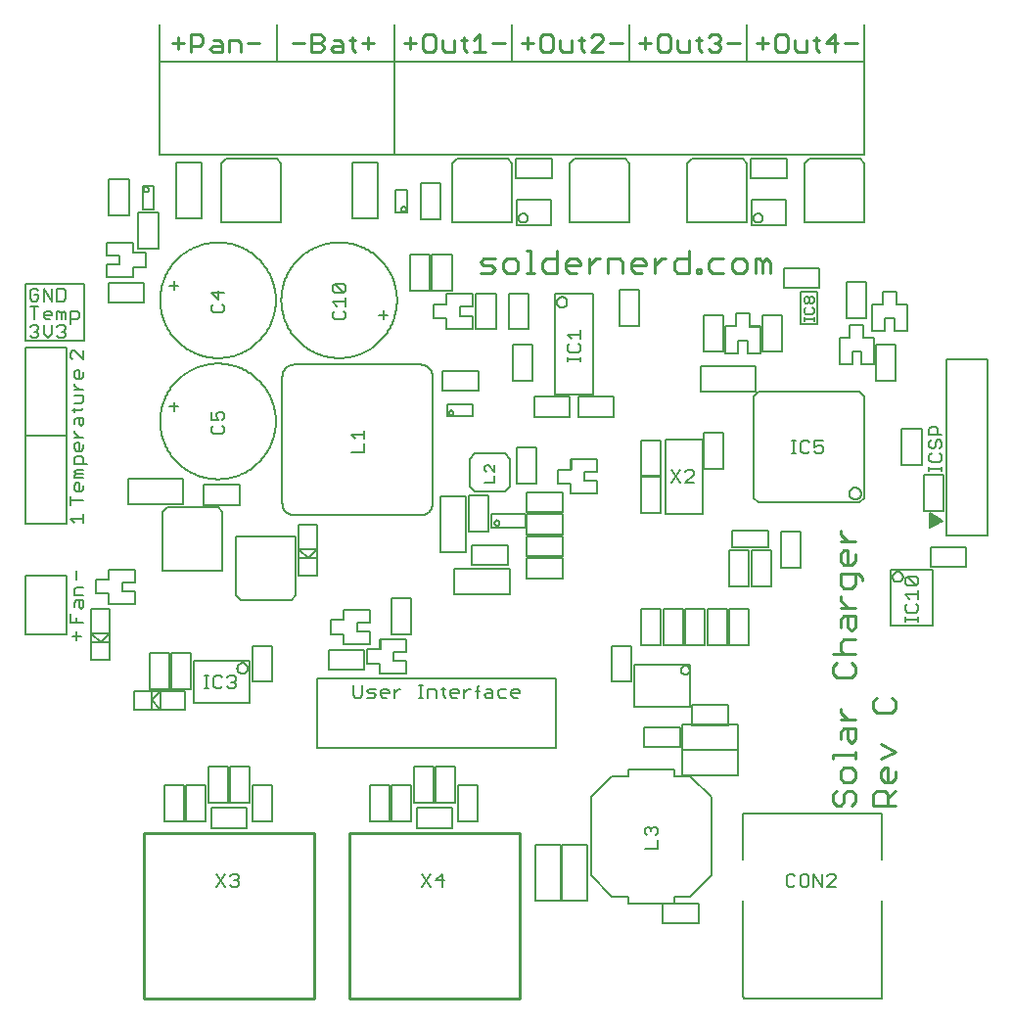
<source format=gto>
G75*
%MOIN*%
%OFA0B0*%
%FSLAX25Y25*%
%IPPOS*%
%LPD*%
%AMOC8*
5,1,8,0,0,1.08239X$1,22.5*
%
%ADD10C,0.00700*%
%ADD11C,0.00591*%
%ADD12C,0.01100*%
%ADD13C,0.00900*%
%ADD14C,0.00600*%
%ADD15C,0.00500*%
%ADD16C,0.01000*%
D10*
X0132774Y0042722D02*
X0135643Y0047026D01*
X0137378Y0046308D02*
X0138095Y0047026D01*
X0139529Y0047026D01*
X0140247Y0046308D01*
X0140247Y0045591D01*
X0139529Y0044874D01*
X0140247Y0044157D01*
X0140247Y0043439D01*
X0139529Y0042722D01*
X0138095Y0042722D01*
X0137378Y0043439D01*
X0135643Y0042722D02*
X0132774Y0047026D01*
X0138812Y0044874D02*
X0139529Y0044874D01*
X0202774Y0042722D02*
X0205643Y0047026D01*
X0207378Y0044874D02*
X0210247Y0044874D01*
X0209529Y0047026D02*
X0207378Y0044874D01*
X0205643Y0042722D02*
X0202774Y0047026D01*
X0209529Y0047026D02*
X0209529Y0042722D01*
X0278624Y0055618D02*
X0282928Y0055618D01*
X0282928Y0058487D01*
X0282210Y0060222D02*
X0282928Y0060939D01*
X0282928Y0062374D01*
X0282210Y0063091D01*
X0281493Y0063091D01*
X0280776Y0062374D01*
X0280776Y0061657D01*
X0280776Y0062374D02*
X0280058Y0063091D01*
X0279341Y0063091D01*
X0278624Y0062374D01*
X0278624Y0060939D01*
X0279341Y0060222D01*
X0326920Y0046308D02*
X0326920Y0043439D01*
X0327637Y0042722D01*
X0329072Y0042722D01*
X0329789Y0043439D01*
X0331524Y0043439D02*
X0331524Y0046308D01*
X0332241Y0047026D01*
X0333675Y0047026D01*
X0334393Y0046308D01*
X0334393Y0043439D01*
X0333675Y0042722D01*
X0332241Y0042722D01*
X0331524Y0043439D01*
X0329789Y0046308D02*
X0329072Y0047026D01*
X0327637Y0047026D01*
X0326920Y0046308D01*
X0336128Y0047026D02*
X0338997Y0042722D01*
X0338997Y0047026D01*
X0340731Y0046308D02*
X0341449Y0047026D01*
X0342883Y0047026D01*
X0343601Y0046308D01*
X0343601Y0045591D01*
X0340731Y0042722D01*
X0343601Y0042722D01*
X0336128Y0042722D02*
X0336128Y0047026D01*
X0367374Y0133032D02*
X0367374Y0134466D01*
X0367374Y0133749D02*
X0371678Y0133749D01*
X0371678Y0133032D02*
X0371678Y0134466D01*
X0370960Y0136101D02*
X0371678Y0136818D01*
X0371678Y0138253D01*
X0370960Y0138970D01*
X0371678Y0140705D02*
X0371678Y0143574D01*
X0371678Y0142139D02*
X0367374Y0142139D01*
X0368808Y0140705D01*
X0368091Y0138970D02*
X0367374Y0138253D01*
X0367374Y0136818D01*
X0368091Y0136101D01*
X0370960Y0136101D01*
X0370960Y0145309D02*
X0368091Y0148178D01*
X0370960Y0148178D01*
X0371678Y0147460D01*
X0371678Y0146026D01*
X0370960Y0145309D01*
X0368091Y0145309D01*
X0367374Y0146026D01*
X0367374Y0147460D01*
X0368091Y0148178D01*
X0375499Y0184282D02*
X0375499Y0185716D01*
X0375499Y0184999D02*
X0379803Y0184999D01*
X0379803Y0184282D02*
X0379803Y0185716D01*
X0379085Y0187351D02*
X0376216Y0187351D01*
X0375499Y0188068D01*
X0375499Y0189503D01*
X0376216Y0190220D01*
X0376216Y0191955D02*
X0376933Y0191955D01*
X0377651Y0192672D01*
X0377651Y0194107D01*
X0378368Y0194824D01*
X0379085Y0194824D01*
X0379803Y0194107D01*
X0379803Y0192672D01*
X0379085Y0191955D01*
X0379085Y0190220D02*
X0379803Y0189503D01*
X0379803Y0188068D01*
X0379085Y0187351D01*
X0376216Y0191955D02*
X0375499Y0192672D01*
X0375499Y0194107D01*
X0376216Y0194824D01*
X0375499Y0196559D02*
X0375499Y0198710D01*
X0376216Y0199428D01*
X0377651Y0199428D01*
X0378368Y0198710D01*
X0378368Y0196559D01*
X0379803Y0196559D02*
X0375499Y0196559D01*
X0339281Y0194526D02*
X0336412Y0194526D01*
X0336412Y0192374D01*
X0337847Y0193091D01*
X0338564Y0193091D01*
X0339281Y0192374D01*
X0339281Y0190939D01*
X0338564Y0190222D01*
X0337129Y0190222D01*
X0336412Y0190939D01*
X0334677Y0190939D02*
X0333960Y0190222D01*
X0332526Y0190222D01*
X0331808Y0190939D01*
X0331808Y0193808D01*
X0332526Y0194526D01*
X0333960Y0194526D01*
X0334677Y0193808D01*
X0330174Y0194526D02*
X0328739Y0194526D01*
X0329456Y0194526D02*
X0329456Y0190222D01*
X0328739Y0190222D02*
X0330174Y0190222D01*
X0295247Y0183808D02*
X0295247Y0183091D01*
X0292378Y0180222D01*
X0295247Y0180222D01*
X0295247Y0183808D02*
X0294529Y0184526D01*
X0293095Y0184526D01*
X0292378Y0183808D01*
X0290643Y0184526D02*
X0287774Y0180222D01*
X0290643Y0180222D02*
X0287774Y0184526D01*
X0222339Y0111401D02*
X0221622Y0110683D01*
X0221622Y0107097D01*
X0220905Y0109249D02*
X0222339Y0109249D01*
X0223974Y0107814D02*
X0224691Y0108532D01*
X0226843Y0108532D01*
X0226843Y0109249D02*
X0226843Y0107097D01*
X0224691Y0107097D01*
X0223974Y0107814D01*
X0224691Y0109966D02*
X0226126Y0109966D01*
X0226843Y0109249D01*
X0228578Y0109249D02*
X0228578Y0107814D01*
X0229295Y0107097D01*
X0231447Y0107097D01*
X0233182Y0107814D02*
X0233182Y0109249D01*
X0233899Y0109966D01*
X0235334Y0109966D01*
X0236051Y0109249D01*
X0236051Y0108532D01*
X0233182Y0108532D01*
X0233182Y0107814D02*
X0233899Y0107097D01*
X0235334Y0107097D01*
X0231447Y0109966D02*
X0229295Y0109966D01*
X0228578Y0109249D01*
X0219220Y0109966D02*
X0218503Y0109966D01*
X0217068Y0108532D01*
X0217068Y0109966D02*
X0217068Y0107097D01*
X0215333Y0108532D02*
X0212464Y0108532D01*
X0212464Y0109249D02*
X0213181Y0109966D01*
X0214616Y0109966D01*
X0215333Y0109249D01*
X0215333Y0108532D01*
X0214616Y0107097D02*
X0213181Y0107097D01*
X0212464Y0107814D01*
X0212464Y0109249D01*
X0210829Y0109966D02*
X0209395Y0109966D01*
X0210112Y0110683D02*
X0210112Y0107814D01*
X0210829Y0107097D01*
X0207660Y0107097D02*
X0207660Y0109249D01*
X0206943Y0109966D01*
X0204791Y0109966D01*
X0204791Y0107097D01*
X0203156Y0107097D02*
X0201722Y0107097D01*
X0202439Y0107097D02*
X0202439Y0111401D01*
X0201722Y0111401D02*
X0203156Y0111401D01*
X0195433Y0109966D02*
X0194716Y0109966D01*
X0193281Y0108532D01*
X0193281Y0109966D02*
X0193281Y0107097D01*
X0191546Y0108532D02*
X0188677Y0108532D01*
X0188677Y0109249D02*
X0189394Y0109966D01*
X0190829Y0109966D01*
X0191546Y0109249D01*
X0191546Y0108532D01*
X0190829Y0107097D02*
X0189394Y0107097D01*
X0188677Y0107814D01*
X0188677Y0109249D01*
X0186942Y0109966D02*
X0184791Y0109966D01*
X0184073Y0109249D01*
X0184791Y0108532D01*
X0186225Y0108532D01*
X0186942Y0107814D01*
X0186225Y0107097D01*
X0184073Y0107097D01*
X0182338Y0107814D02*
X0182338Y0111401D01*
X0179469Y0111401D02*
X0179469Y0107814D01*
X0180187Y0107097D01*
X0181621Y0107097D01*
X0182338Y0107814D01*
X0139281Y0110939D02*
X0138564Y0110222D01*
X0137129Y0110222D01*
X0136412Y0110939D01*
X0134677Y0110939D02*
X0133960Y0110222D01*
X0132526Y0110222D01*
X0131808Y0110939D01*
X0131808Y0113808D01*
X0132526Y0114526D01*
X0133960Y0114526D01*
X0134677Y0113808D01*
X0136412Y0113808D02*
X0137129Y0114526D01*
X0138564Y0114526D01*
X0139281Y0113808D01*
X0139281Y0113091D01*
X0138564Y0112374D01*
X0139281Y0111657D01*
X0139281Y0110939D01*
X0138564Y0112374D02*
X0137847Y0112374D01*
X0130174Y0114526D02*
X0128739Y0114526D01*
X0129456Y0114526D02*
X0129456Y0110222D01*
X0128739Y0110222D02*
X0130174Y0110222D01*
X0087303Y0132691D02*
X0082999Y0132691D01*
X0082999Y0135560D01*
X0085151Y0134126D02*
X0085151Y0132691D01*
X0085151Y0129539D02*
X0085151Y0126670D01*
X0086585Y0128105D02*
X0083716Y0128105D01*
X0086585Y0137295D02*
X0085868Y0138012D01*
X0085868Y0140164D01*
X0085151Y0140164D02*
X0087303Y0140164D01*
X0087303Y0138012D01*
X0086585Y0137295D01*
X0084433Y0138012D02*
X0084433Y0139447D01*
X0085151Y0140164D01*
X0084433Y0141899D02*
X0084433Y0144051D01*
X0085151Y0144768D01*
X0087303Y0144768D01*
X0087303Y0141899D02*
X0084433Y0141899D01*
X0085151Y0147295D02*
X0085151Y0150164D01*
X0084433Y0166670D02*
X0082999Y0168105D01*
X0087303Y0168105D01*
X0087303Y0169539D02*
X0087303Y0166670D01*
X0082999Y0172685D02*
X0082999Y0175554D01*
X0082999Y0174120D02*
X0087303Y0174120D01*
X0086585Y0177289D02*
X0085151Y0177289D01*
X0084433Y0178006D01*
X0084433Y0179441D01*
X0085151Y0180158D01*
X0085868Y0180158D01*
X0085868Y0177289D01*
X0086585Y0177289D02*
X0087303Y0178006D01*
X0087303Y0179441D01*
X0087303Y0181893D02*
X0084433Y0181893D01*
X0084433Y0182610D01*
X0085151Y0183327D01*
X0084433Y0184045D01*
X0085151Y0184762D01*
X0087303Y0184762D01*
X0087303Y0183327D02*
X0085151Y0183327D01*
X0084433Y0186497D02*
X0084433Y0188649D01*
X0085151Y0189366D01*
X0086585Y0189366D01*
X0087303Y0188649D01*
X0087303Y0186497D01*
X0088737Y0186497D02*
X0084433Y0186497D01*
X0085151Y0191101D02*
X0084433Y0191818D01*
X0084433Y0193253D01*
X0085151Y0193970D01*
X0085868Y0193970D01*
X0085868Y0191101D01*
X0086585Y0191101D02*
X0085151Y0191101D01*
X0086585Y0191101D02*
X0087303Y0191818D01*
X0087303Y0193253D01*
X0087303Y0195705D02*
X0084433Y0195705D01*
X0084433Y0197139D02*
X0084433Y0197857D01*
X0084433Y0197139D02*
X0085868Y0195705D01*
X0086585Y0199541D02*
X0085868Y0200259D01*
X0085868Y0202410D01*
X0085151Y0202410D02*
X0087303Y0202410D01*
X0087303Y0200259D01*
X0086585Y0199541D01*
X0084433Y0200259D02*
X0084433Y0201693D01*
X0085151Y0202410D01*
X0084433Y0204145D02*
X0084433Y0205580D01*
X0083716Y0204862D02*
X0086585Y0204862D01*
X0087303Y0205580D01*
X0086585Y0207214D02*
X0087303Y0207932D01*
X0087303Y0210084D01*
X0084433Y0210084D01*
X0084433Y0211818D02*
X0087303Y0211818D01*
X0085868Y0211818D02*
X0084433Y0213253D01*
X0084433Y0213970D01*
X0085151Y0215655D02*
X0084433Y0216372D01*
X0084433Y0217807D01*
X0085151Y0218524D01*
X0085868Y0218524D01*
X0085868Y0215655D01*
X0086585Y0215655D02*
X0085151Y0215655D01*
X0086585Y0215655D02*
X0087303Y0216372D01*
X0087303Y0217807D01*
X0087303Y0222295D02*
X0084433Y0225164D01*
X0083716Y0225164D01*
X0082999Y0224447D01*
X0082999Y0223012D01*
X0083716Y0222295D01*
X0087303Y0222295D02*
X0087303Y0225164D01*
X0081330Y0230314D02*
X0080612Y0229597D01*
X0079178Y0229597D01*
X0078460Y0230314D01*
X0076726Y0231032D02*
X0076726Y0233901D01*
X0078460Y0233183D02*
X0079178Y0233901D01*
X0080612Y0233901D01*
X0081330Y0233183D01*
X0081330Y0232466D01*
X0080612Y0231749D01*
X0081330Y0231032D01*
X0081330Y0230314D01*
X0080612Y0231749D02*
X0079895Y0231749D01*
X0076726Y0231032D02*
X0075291Y0229597D01*
X0073856Y0231032D01*
X0073856Y0233901D01*
X0072122Y0233183D02*
X0072122Y0232466D01*
X0071404Y0231749D01*
X0072122Y0231032D01*
X0072122Y0230314D01*
X0071404Y0229597D01*
X0069970Y0229597D01*
X0069253Y0230314D01*
X0070687Y0231749D02*
X0071404Y0231749D01*
X0072122Y0233183D02*
X0071404Y0233901D01*
X0069970Y0233901D01*
X0069253Y0233183D01*
X0070687Y0235847D02*
X0070687Y0240151D01*
X0069253Y0240151D02*
X0072122Y0240151D01*
X0071404Y0242097D02*
X0072122Y0242814D01*
X0072122Y0244249D01*
X0070687Y0244249D01*
X0069253Y0245683D02*
X0069253Y0242814D01*
X0069970Y0242097D01*
X0071404Y0242097D01*
X0073856Y0242097D02*
X0073856Y0246401D01*
X0076726Y0242097D01*
X0076726Y0246401D01*
X0078460Y0246401D02*
X0078460Y0242097D01*
X0080612Y0242097D01*
X0081330Y0242814D01*
X0081330Y0245683D01*
X0080612Y0246401D01*
X0078460Y0246401D01*
X0072122Y0245683D02*
X0071404Y0246401D01*
X0069970Y0246401D01*
X0069253Y0245683D01*
X0074574Y0238716D02*
X0076008Y0238716D01*
X0076726Y0237999D01*
X0076726Y0237282D01*
X0073856Y0237282D01*
X0073856Y0237999D02*
X0074574Y0238716D01*
X0073856Y0237999D02*
X0073856Y0236564D01*
X0074574Y0235847D01*
X0076008Y0235847D01*
X0078460Y0235847D02*
X0078460Y0238716D01*
X0079178Y0238716D01*
X0079895Y0237999D01*
X0080612Y0238716D01*
X0081330Y0237999D01*
X0081330Y0235847D01*
X0079895Y0235847D02*
X0079895Y0237999D01*
X0083064Y0238716D02*
X0083064Y0234412D01*
X0083064Y0235847D02*
X0085216Y0235847D01*
X0085933Y0236564D01*
X0085933Y0237999D01*
X0085216Y0238716D01*
X0083064Y0238716D01*
X0084433Y0207214D02*
X0086585Y0207214D01*
X0131124Y0204341D02*
X0131124Y0201472D01*
X0133276Y0201472D01*
X0132558Y0202907D01*
X0132558Y0203624D01*
X0133276Y0204341D01*
X0134710Y0204341D01*
X0135428Y0203624D01*
X0135428Y0202189D01*
X0134710Y0201472D01*
X0134710Y0199737D02*
X0135428Y0199020D01*
X0135428Y0197585D01*
X0134710Y0196868D01*
X0131841Y0196868D01*
X0131124Y0197585D01*
X0131124Y0199020D01*
X0131841Y0199737D01*
X0172374Y0236533D02*
X0173091Y0235816D01*
X0175960Y0235816D01*
X0176678Y0236533D01*
X0176678Y0237968D01*
X0175960Y0238685D01*
X0176678Y0240420D02*
X0176678Y0243289D01*
X0176678Y0241855D02*
X0172374Y0241855D01*
X0173808Y0240420D01*
X0173091Y0238685D02*
X0172374Y0237968D01*
X0172374Y0236533D01*
X0173091Y0245024D02*
X0172374Y0245741D01*
X0172374Y0247176D01*
X0173091Y0247893D01*
X0175960Y0245024D01*
X0176678Y0245741D01*
X0176678Y0247176D01*
X0175960Y0247893D01*
X0173091Y0247893D01*
X0173091Y0245024D02*
X0175960Y0245024D01*
X0135428Y0244874D02*
X0131124Y0244874D01*
X0133276Y0242722D01*
X0133276Y0245591D01*
X0134710Y0240987D02*
X0135428Y0240270D01*
X0135428Y0238835D01*
X0134710Y0238118D01*
X0131841Y0238118D01*
X0131124Y0238835D01*
X0131124Y0240270D01*
X0131841Y0240987D01*
X0178624Y0196657D02*
X0182928Y0196657D01*
X0182928Y0198091D02*
X0182928Y0195222D01*
X0182928Y0193487D02*
X0182928Y0190618D01*
X0178624Y0190618D01*
X0180058Y0195222D02*
X0178624Y0196657D01*
D11*
X0155187Y0216526D02*
X0155189Y0216650D01*
X0155195Y0216773D01*
X0155204Y0216897D01*
X0155218Y0217019D01*
X0155235Y0217142D01*
X0155257Y0217264D01*
X0155282Y0217385D01*
X0155311Y0217505D01*
X0155343Y0217624D01*
X0155380Y0217743D01*
X0155420Y0217860D01*
X0155463Y0217975D01*
X0155511Y0218090D01*
X0155562Y0218202D01*
X0155616Y0218313D01*
X0155674Y0218423D01*
X0155735Y0218530D01*
X0155800Y0218636D01*
X0155868Y0218739D01*
X0155939Y0218840D01*
X0156013Y0218939D01*
X0156090Y0219036D01*
X0156171Y0219130D01*
X0156254Y0219221D01*
X0156340Y0219310D01*
X0156429Y0219396D01*
X0156520Y0219479D01*
X0156614Y0219560D01*
X0156711Y0219637D01*
X0156810Y0219711D01*
X0156911Y0219782D01*
X0157014Y0219850D01*
X0157120Y0219915D01*
X0157227Y0219976D01*
X0157337Y0220034D01*
X0157448Y0220088D01*
X0157560Y0220139D01*
X0157675Y0220187D01*
X0157790Y0220230D01*
X0157907Y0220270D01*
X0158026Y0220307D01*
X0158145Y0220339D01*
X0158265Y0220368D01*
X0158386Y0220393D01*
X0158508Y0220415D01*
X0158631Y0220432D01*
X0158753Y0220446D01*
X0158877Y0220455D01*
X0159000Y0220461D01*
X0159124Y0220463D01*
X0202431Y0220463D01*
X0202555Y0220461D01*
X0202678Y0220455D01*
X0202802Y0220446D01*
X0202924Y0220432D01*
X0203047Y0220415D01*
X0203169Y0220393D01*
X0203290Y0220368D01*
X0203410Y0220339D01*
X0203529Y0220307D01*
X0203648Y0220270D01*
X0203765Y0220230D01*
X0203880Y0220187D01*
X0203995Y0220139D01*
X0204107Y0220088D01*
X0204218Y0220034D01*
X0204328Y0219976D01*
X0204435Y0219915D01*
X0204541Y0219850D01*
X0204644Y0219782D01*
X0204745Y0219711D01*
X0204844Y0219637D01*
X0204941Y0219560D01*
X0205035Y0219479D01*
X0205126Y0219396D01*
X0205215Y0219310D01*
X0205301Y0219221D01*
X0205384Y0219130D01*
X0205465Y0219036D01*
X0205542Y0218939D01*
X0205616Y0218840D01*
X0205687Y0218739D01*
X0205755Y0218636D01*
X0205820Y0218530D01*
X0205881Y0218423D01*
X0205939Y0218313D01*
X0205993Y0218202D01*
X0206044Y0218090D01*
X0206092Y0217975D01*
X0206135Y0217860D01*
X0206175Y0217743D01*
X0206212Y0217624D01*
X0206244Y0217505D01*
X0206273Y0217385D01*
X0206298Y0217264D01*
X0206320Y0217142D01*
X0206337Y0217019D01*
X0206351Y0216897D01*
X0206360Y0216773D01*
X0206366Y0216650D01*
X0206368Y0216526D01*
X0206368Y0173219D01*
X0208947Y0175571D02*
X0217608Y0175571D01*
X0217608Y0156673D01*
X0208947Y0156673D01*
X0208947Y0175571D01*
X0206368Y0173219D02*
X0206366Y0173095D01*
X0206360Y0172972D01*
X0206351Y0172848D01*
X0206337Y0172726D01*
X0206320Y0172603D01*
X0206298Y0172481D01*
X0206273Y0172360D01*
X0206244Y0172240D01*
X0206212Y0172121D01*
X0206175Y0172002D01*
X0206135Y0171885D01*
X0206092Y0171770D01*
X0206044Y0171655D01*
X0205993Y0171543D01*
X0205939Y0171432D01*
X0205881Y0171322D01*
X0205820Y0171215D01*
X0205755Y0171109D01*
X0205687Y0171006D01*
X0205616Y0170905D01*
X0205542Y0170806D01*
X0205465Y0170709D01*
X0205384Y0170615D01*
X0205301Y0170524D01*
X0205215Y0170435D01*
X0205126Y0170349D01*
X0205035Y0170266D01*
X0204941Y0170185D01*
X0204844Y0170108D01*
X0204745Y0170034D01*
X0204644Y0169963D01*
X0204541Y0169895D01*
X0204435Y0169830D01*
X0204328Y0169769D01*
X0204218Y0169711D01*
X0204107Y0169657D01*
X0203995Y0169606D01*
X0203880Y0169558D01*
X0203765Y0169515D01*
X0203648Y0169475D01*
X0203529Y0169438D01*
X0203410Y0169406D01*
X0203290Y0169377D01*
X0203169Y0169352D01*
X0203047Y0169330D01*
X0202924Y0169313D01*
X0202802Y0169299D01*
X0202678Y0169290D01*
X0202555Y0169284D01*
X0202431Y0169282D01*
X0202431Y0169281D02*
X0159124Y0169281D01*
X0160753Y0166033D02*
X0167052Y0166033D01*
X0167052Y0157766D01*
X0160753Y0157766D01*
X0163903Y0154616D01*
X0167052Y0157766D01*
X0167052Y0154616D01*
X0163903Y0154616D01*
X0160753Y0154616D01*
X0160753Y0157766D01*
X0160753Y0166033D01*
X0159764Y0161959D02*
X0159764Y0141880D01*
X0158189Y0140305D01*
X0140866Y0140305D01*
X0139291Y0141880D01*
X0139291Y0161959D01*
X0159764Y0161959D01*
X0160753Y0154616D02*
X0160753Y0148711D01*
X0167052Y0148711D01*
X0167052Y0154616D01*
X0175915Y0137028D02*
X0184970Y0137028D01*
X0184970Y0132697D01*
X0180640Y0132697D01*
X0180640Y0129547D01*
X0184970Y0129547D01*
X0184970Y0125217D01*
X0175915Y0125217D01*
X0175915Y0128760D01*
X0171585Y0128760D01*
X0171585Y0133484D01*
X0175915Y0133484D01*
X0175915Y0137028D01*
X0170925Y0123219D02*
X0170925Y0116526D01*
X0183130Y0116526D01*
X0183130Y0123219D01*
X0170925Y0123219D01*
X0167028Y0113622D02*
X0167028Y0089872D01*
X0248278Y0089872D01*
X0248278Y0113622D01*
X0167028Y0113622D01*
X0151624Y0112520D02*
X0151624Y0124724D01*
X0144931Y0124724D01*
X0144931Y0112520D01*
X0151624Y0112520D01*
X0143976Y0119459D02*
X0143976Y0105285D01*
X0125079Y0105285D01*
X0125079Y0119459D01*
X0143976Y0119459D01*
X0139853Y0117096D02*
X0139855Y0117180D01*
X0139861Y0117263D01*
X0139871Y0117347D01*
X0139885Y0117429D01*
X0139903Y0117511D01*
X0139924Y0117592D01*
X0139950Y0117672D01*
X0139979Y0117750D01*
X0140012Y0117828D01*
X0140049Y0117903D01*
X0140089Y0117976D01*
X0140133Y0118048D01*
X0140180Y0118117D01*
X0140230Y0118185D01*
X0140283Y0118249D01*
X0140340Y0118311D01*
X0140399Y0118370D01*
X0140461Y0118427D01*
X0140525Y0118480D01*
X0140593Y0118530D01*
X0140662Y0118577D01*
X0140733Y0118621D01*
X0140807Y0118661D01*
X0140882Y0118698D01*
X0140960Y0118731D01*
X0141038Y0118760D01*
X0141118Y0118786D01*
X0141199Y0118807D01*
X0141281Y0118825D01*
X0141363Y0118839D01*
X0141447Y0118849D01*
X0141530Y0118855D01*
X0141614Y0118857D01*
X0141698Y0118855D01*
X0141781Y0118849D01*
X0141865Y0118839D01*
X0141947Y0118825D01*
X0142029Y0118807D01*
X0142110Y0118786D01*
X0142190Y0118760D01*
X0142268Y0118731D01*
X0142346Y0118698D01*
X0142421Y0118661D01*
X0142494Y0118621D01*
X0142566Y0118577D01*
X0142635Y0118530D01*
X0142703Y0118480D01*
X0142767Y0118427D01*
X0142829Y0118370D01*
X0142888Y0118311D01*
X0142945Y0118249D01*
X0142998Y0118185D01*
X0143048Y0118117D01*
X0143095Y0118048D01*
X0143139Y0117977D01*
X0143179Y0117903D01*
X0143216Y0117828D01*
X0143249Y0117750D01*
X0143278Y0117672D01*
X0143304Y0117592D01*
X0143325Y0117511D01*
X0143343Y0117429D01*
X0143357Y0117347D01*
X0143367Y0117263D01*
X0143373Y0117180D01*
X0143375Y0117096D01*
X0143373Y0117012D01*
X0143367Y0116929D01*
X0143357Y0116845D01*
X0143343Y0116763D01*
X0143325Y0116681D01*
X0143304Y0116600D01*
X0143278Y0116520D01*
X0143249Y0116442D01*
X0143216Y0116364D01*
X0143179Y0116289D01*
X0143139Y0116216D01*
X0143095Y0116144D01*
X0143048Y0116075D01*
X0142998Y0116007D01*
X0142945Y0115943D01*
X0142888Y0115881D01*
X0142829Y0115822D01*
X0142767Y0115765D01*
X0142703Y0115712D01*
X0142635Y0115662D01*
X0142566Y0115615D01*
X0142495Y0115571D01*
X0142421Y0115531D01*
X0142346Y0115494D01*
X0142268Y0115461D01*
X0142190Y0115432D01*
X0142110Y0115406D01*
X0142029Y0115385D01*
X0141947Y0115367D01*
X0141865Y0115353D01*
X0141781Y0115343D01*
X0141698Y0115337D01*
X0141614Y0115335D01*
X0141530Y0115337D01*
X0141447Y0115343D01*
X0141363Y0115353D01*
X0141281Y0115367D01*
X0141199Y0115385D01*
X0141118Y0115406D01*
X0141038Y0115432D01*
X0140960Y0115461D01*
X0140882Y0115494D01*
X0140807Y0115531D01*
X0140734Y0115571D01*
X0140662Y0115615D01*
X0140593Y0115662D01*
X0140525Y0115712D01*
X0140461Y0115765D01*
X0140399Y0115822D01*
X0140340Y0115881D01*
X0140283Y0115943D01*
X0140230Y0116007D01*
X0140180Y0116075D01*
X0140133Y0116144D01*
X0140089Y0116215D01*
X0140049Y0116289D01*
X0140012Y0116364D01*
X0139979Y0116442D01*
X0139950Y0116520D01*
X0139924Y0116600D01*
X0139903Y0116681D01*
X0139885Y0116763D01*
X0139871Y0116845D01*
X0139861Y0116929D01*
X0139855Y0117012D01*
X0139853Y0117096D01*
X0124124Y0122224D02*
X0124124Y0110020D01*
X0117431Y0110020D01*
X0117431Y0122224D01*
X0124124Y0122224D01*
X0116624Y0122224D02*
X0109931Y0122224D01*
X0109931Y0110020D01*
X0116624Y0110020D01*
X0116624Y0122224D01*
X0113671Y0109272D02*
X0110522Y0106122D01*
X0113671Y0102972D01*
X0113671Y0109272D01*
X0121939Y0109272D01*
X0121939Y0102972D01*
X0113671Y0102972D01*
X0110522Y0102972D01*
X0110522Y0106122D01*
X0110522Y0109272D01*
X0113671Y0109272D01*
X0110522Y0109272D02*
X0104616Y0109272D01*
X0104616Y0102972D01*
X0110522Y0102972D01*
X0096427Y0119961D02*
X0090128Y0119961D01*
X0090128Y0125866D01*
X0093278Y0125866D01*
X0090128Y0129016D01*
X0096427Y0129016D01*
X0093278Y0125866D01*
X0096427Y0125866D01*
X0096427Y0119961D01*
X0096427Y0125866D02*
X0096427Y0129016D01*
X0096427Y0137283D01*
X0090128Y0137283D01*
X0090128Y0129016D01*
X0090128Y0125866D01*
X0081528Y0128622D02*
X0067528Y0128622D01*
X0067528Y0148622D01*
X0081528Y0148622D01*
X0081528Y0128622D01*
X0095915Y0138967D02*
X0095915Y0142510D01*
X0091585Y0142510D01*
X0091585Y0147234D01*
X0095915Y0147234D01*
X0095915Y0150778D01*
X0104970Y0150778D01*
X0104970Y0146447D01*
X0100640Y0146447D01*
X0100640Y0143297D01*
X0104970Y0143297D01*
X0104970Y0138967D01*
X0095915Y0138967D01*
X0114291Y0150285D02*
X0114291Y0170364D01*
X0115866Y0171939D01*
X0133189Y0171939D01*
X0134764Y0170364D01*
X0134764Y0150285D01*
X0114291Y0150285D01*
X0121476Y0173041D02*
X0102579Y0173041D01*
X0102579Y0181703D01*
X0121476Y0181703D01*
X0121476Y0173041D01*
X0128425Y0172776D02*
X0140630Y0172776D01*
X0140630Y0179469D01*
X0128425Y0179469D01*
X0128425Y0172776D01*
X0155187Y0173219D02*
X0155187Y0216526D01*
X0113593Y0201122D02*
X0113599Y0201605D01*
X0113617Y0202088D01*
X0113646Y0202570D01*
X0113688Y0203051D01*
X0113741Y0203532D01*
X0113806Y0204010D01*
X0113883Y0204487D01*
X0113971Y0204962D01*
X0114071Y0205435D01*
X0114183Y0205905D01*
X0114306Y0206372D01*
X0114441Y0206836D01*
X0114587Y0207297D01*
X0114744Y0207754D01*
X0114912Y0208207D01*
X0115091Y0208655D01*
X0115282Y0209099D01*
X0115483Y0209538D01*
X0115695Y0209973D01*
X0115917Y0210401D01*
X0116150Y0210825D01*
X0116394Y0211242D01*
X0116647Y0211653D01*
X0116911Y0212058D01*
X0117184Y0212457D01*
X0117467Y0212848D01*
X0117759Y0213233D01*
X0118061Y0213610D01*
X0118372Y0213980D01*
X0118692Y0214342D01*
X0119021Y0214696D01*
X0119359Y0215041D01*
X0119704Y0215379D01*
X0120058Y0215708D01*
X0120420Y0216028D01*
X0120790Y0216339D01*
X0121167Y0216641D01*
X0121552Y0216933D01*
X0121943Y0217216D01*
X0122342Y0217489D01*
X0122747Y0217753D01*
X0123158Y0218006D01*
X0123575Y0218250D01*
X0123999Y0218483D01*
X0124427Y0218705D01*
X0124862Y0218917D01*
X0125301Y0219118D01*
X0125745Y0219309D01*
X0126193Y0219488D01*
X0126646Y0219656D01*
X0127103Y0219813D01*
X0127564Y0219959D01*
X0128028Y0220094D01*
X0128495Y0220217D01*
X0128965Y0220329D01*
X0129438Y0220429D01*
X0129913Y0220517D01*
X0130390Y0220594D01*
X0130868Y0220659D01*
X0131349Y0220712D01*
X0131830Y0220754D01*
X0132312Y0220783D01*
X0132795Y0220801D01*
X0133278Y0220807D01*
X0133761Y0220801D01*
X0134244Y0220783D01*
X0134726Y0220754D01*
X0135207Y0220712D01*
X0135688Y0220659D01*
X0136166Y0220594D01*
X0136643Y0220517D01*
X0137118Y0220429D01*
X0137591Y0220329D01*
X0138061Y0220217D01*
X0138528Y0220094D01*
X0138992Y0219959D01*
X0139453Y0219813D01*
X0139910Y0219656D01*
X0140363Y0219488D01*
X0140811Y0219309D01*
X0141255Y0219118D01*
X0141694Y0218917D01*
X0142129Y0218705D01*
X0142557Y0218483D01*
X0142981Y0218250D01*
X0143398Y0218006D01*
X0143809Y0217753D01*
X0144214Y0217489D01*
X0144613Y0217216D01*
X0145004Y0216933D01*
X0145389Y0216641D01*
X0145766Y0216339D01*
X0146136Y0216028D01*
X0146498Y0215708D01*
X0146852Y0215379D01*
X0147197Y0215041D01*
X0147535Y0214696D01*
X0147864Y0214342D01*
X0148184Y0213980D01*
X0148495Y0213610D01*
X0148797Y0213233D01*
X0149089Y0212848D01*
X0149372Y0212457D01*
X0149645Y0212058D01*
X0149909Y0211653D01*
X0150162Y0211242D01*
X0150406Y0210825D01*
X0150639Y0210401D01*
X0150861Y0209973D01*
X0151073Y0209538D01*
X0151274Y0209099D01*
X0151465Y0208655D01*
X0151644Y0208207D01*
X0151812Y0207754D01*
X0151969Y0207297D01*
X0152115Y0206836D01*
X0152250Y0206372D01*
X0152373Y0205905D01*
X0152485Y0205435D01*
X0152585Y0204962D01*
X0152673Y0204487D01*
X0152750Y0204010D01*
X0152815Y0203532D01*
X0152868Y0203051D01*
X0152910Y0202570D01*
X0152939Y0202088D01*
X0152957Y0201605D01*
X0152963Y0201122D01*
X0152957Y0200639D01*
X0152939Y0200156D01*
X0152910Y0199674D01*
X0152868Y0199193D01*
X0152815Y0198712D01*
X0152750Y0198234D01*
X0152673Y0197757D01*
X0152585Y0197282D01*
X0152485Y0196809D01*
X0152373Y0196339D01*
X0152250Y0195872D01*
X0152115Y0195408D01*
X0151969Y0194947D01*
X0151812Y0194490D01*
X0151644Y0194037D01*
X0151465Y0193589D01*
X0151274Y0193145D01*
X0151073Y0192706D01*
X0150861Y0192271D01*
X0150639Y0191843D01*
X0150406Y0191419D01*
X0150162Y0191002D01*
X0149909Y0190591D01*
X0149645Y0190186D01*
X0149372Y0189787D01*
X0149089Y0189396D01*
X0148797Y0189011D01*
X0148495Y0188634D01*
X0148184Y0188264D01*
X0147864Y0187902D01*
X0147535Y0187548D01*
X0147197Y0187203D01*
X0146852Y0186865D01*
X0146498Y0186536D01*
X0146136Y0186216D01*
X0145766Y0185905D01*
X0145389Y0185603D01*
X0145004Y0185311D01*
X0144613Y0185028D01*
X0144214Y0184755D01*
X0143809Y0184491D01*
X0143398Y0184238D01*
X0142981Y0183994D01*
X0142557Y0183761D01*
X0142129Y0183539D01*
X0141694Y0183327D01*
X0141255Y0183126D01*
X0140811Y0182935D01*
X0140363Y0182756D01*
X0139910Y0182588D01*
X0139453Y0182431D01*
X0138992Y0182285D01*
X0138528Y0182150D01*
X0138061Y0182027D01*
X0137591Y0181915D01*
X0137118Y0181815D01*
X0136643Y0181727D01*
X0136166Y0181650D01*
X0135688Y0181585D01*
X0135207Y0181532D01*
X0134726Y0181490D01*
X0134244Y0181461D01*
X0133761Y0181443D01*
X0133278Y0181437D01*
X0132795Y0181443D01*
X0132312Y0181461D01*
X0131830Y0181490D01*
X0131349Y0181532D01*
X0130868Y0181585D01*
X0130390Y0181650D01*
X0129913Y0181727D01*
X0129438Y0181815D01*
X0128965Y0181915D01*
X0128495Y0182027D01*
X0128028Y0182150D01*
X0127564Y0182285D01*
X0127103Y0182431D01*
X0126646Y0182588D01*
X0126193Y0182756D01*
X0125745Y0182935D01*
X0125301Y0183126D01*
X0124862Y0183327D01*
X0124427Y0183539D01*
X0123999Y0183761D01*
X0123575Y0183994D01*
X0123158Y0184238D01*
X0122747Y0184491D01*
X0122342Y0184755D01*
X0121943Y0185028D01*
X0121552Y0185311D01*
X0121167Y0185603D01*
X0120790Y0185905D01*
X0120420Y0186216D01*
X0120058Y0186536D01*
X0119704Y0186865D01*
X0119359Y0187203D01*
X0119021Y0187548D01*
X0118692Y0187902D01*
X0118372Y0188264D01*
X0118061Y0188634D01*
X0117759Y0189011D01*
X0117467Y0189396D01*
X0117184Y0189787D01*
X0116911Y0190186D01*
X0116647Y0190591D01*
X0116394Y0191002D01*
X0116150Y0191419D01*
X0115917Y0191843D01*
X0115695Y0192271D01*
X0115483Y0192706D01*
X0115282Y0193145D01*
X0115091Y0193589D01*
X0114912Y0194037D01*
X0114744Y0194490D01*
X0114587Y0194947D01*
X0114441Y0195408D01*
X0114306Y0195872D01*
X0114183Y0196339D01*
X0114071Y0196809D01*
X0113971Y0197282D01*
X0113883Y0197757D01*
X0113806Y0198234D01*
X0113741Y0198712D01*
X0113688Y0199193D01*
X0113646Y0199674D01*
X0113617Y0200156D01*
X0113599Y0200639D01*
X0113593Y0201122D01*
X0118278Y0204622D02*
X0118278Y0207622D01*
X0119778Y0206122D02*
X0116778Y0206122D01*
X0087653Y0228622D02*
X0087653Y0247997D01*
X0067653Y0247997D01*
X0067653Y0228622D01*
X0087653Y0228622D01*
X0081528Y0226122D02*
X0081528Y0196122D01*
X0081528Y0166122D01*
X0067528Y0166122D01*
X0067528Y0196122D01*
X0081528Y0196122D01*
X0067528Y0196122D01*
X0067528Y0226122D01*
X0081528Y0226122D01*
X0095925Y0241526D02*
X0095925Y0248219D01*
X0108130Y0248219D01*
X0108130Y0241526D01*
X0095925Y0241526D01*
X0095335Y0250217D02*
X0095335Y0254547D01*
X0099665Y0254547D01*
X0099665Y0257697D01*
X0095335Y0257697D01*
X0095335Y0262028D01*
X0104390Y0262028D01*
X0104390Y0258484D01*
X0108720Y0258484D01*
X0108720Y0253760D01*
X0104390Y0253760D01*
X0104390Y0250217D01*
X0095335Y0250217D01*
X0106181Y0260020D02*
X0112874Y0260020D01*
X0112874Y0272224D01*
X0106181Y0272224D01*
X0106181Y0260020D01*
X0118947Y0270423D02*
X0118947Y0289321D01*
X0127608Y0289321D01*
X0127608Y0270423D01*
X0118947Y0270423D01*
X0111496Y0273435D02*
X0107559Y0273435D01*
X0107559Y0281309D01*
X0111496Y0281309D01*
X0111496Y0273435D01*
X0107860Y0280128D02*
X0107862Y0280187D01*
X0107868Y0280245D01*
X0107878Y0280303D01*
X0107891Y0280360D01*
X0107909Y0280417D01*
X0107930Y0280472D01*
X0107955Y0280525D01*
X0107983Y0280576D01*
X0108014Y0280626D01*
X0108049Y0280673D01*
X0108087Y0280718D01*
X0108128Y0280761D01*
X0108172Y0280800D01*
X0108218Y0280836D01*
X0108266Y0280870D01*
X0108317Y0280900D01*
X0108370Y0280926D01*
X0108424Y0280949D01*
X0108479Y0280968D01*
X0108536Y0280984D01*
X0108594Y0280996D01*
X0108652Y0281004D01*
X0108711Y0281008D01*
X0108769Y0281008D01*
X0108828Y0281004D01*
X0108886Y0280996D01*
X0108944Y0280984D01*
X0109001Y0280968D01*
X0109056Y0280949D01*
X0109110Y0280926D01*
X0109163Y0280900D01*
X0109214Y0280870D01*
X0109262Y0280836D01*
X0109308Y0280800D01*
X0109352Y0280761D01*
X0109393Y0280718D01*
X0109431Y0280673D01*
X0109466Y0280626D01*
X0109497Y0280576D01*
X0109525Y0280525D01*
X0109550Y0280472D01*
X0109571Y0280417D01*
X0109589Y0280360D01*
X0109602Y0280303D01*
X0109612Y0280245D01*
X0109618Y0280187D01*
X0109620Y0280128D01*
X0109618Y0280069D01*
X0109612Y0280011D01*
X0109602Y0279953D01*
X0109589Y0279896D01*
X0109571Y0279839D01*
X0109550Y0279784D01*
X0109525Y0279731D01*
X0109497Y0279680D01*
X0109466Y0279630D01*
X0109431Y0279583D01*
X0109393Y0279538D01*
X0109352Y0279495D01*
X0109308Y0279456D01*
X0109262Y0279420D01*
X0109214Y0279386D01*
X0109163Y0279356D01*
X0109110Y0279330D01*
X0109056Y0279307D01*
X0109001Y0279288D01*
X0108944Y0279272D01*
X0108886Y0279260D01*
X0108828Y0279252D01*
X0108769Y0279248D01*
X0108711Y0279248D01*
X0108652Y0279252D01*
X0108594Y0279260D01*
X0108536Y0279272D01*
X0108479Y0279288D01*
X0108424Y0279307D01*
X0108370Y0279330D01*
X0108317Y0279356D01*
X0108266Y0279386D01*
X0108218Y0279420D01*
X0108172Y0279456D01*
X0108128Y0279495D01*
X0108087Y0279538D01*
X0108049Y0279583D01*
X0108014Y0279630D01*
X0107983Y0279680D01*
X0107955Y0279731D01*
X0107930Y0279784D01*
X0107909Y0279839D01*
X0107891Y0279896D01*
X0107878Y0279953D01*
X0107868Y0280011D01*
X0107862Y0280069D01*
X0107860Y0280128D01*
X0102874Y0283474D02*
X0096181Y0283474D01*
X0096181Y0271270D01*
X0102874Y0271270D01*
X0102874Y0283474D01*
X0113278Y0292087D02*
X0113278Y0323583D01*
X0193278Y0323583D01*
X0193278Y0292087D01*
X0353278Y0292087D01*
X0353278Y0323583D01*
X0193278Y0323583D01*
X0193278Y0292087D01*
X0113278Y0292087D01*
X0134291Y0289114D02*
X0134291Y0269035D01*
X0154764Y0269035D01*
X0154764Y0289114D01*
X0153189Y0290689D01*
X0135866Y0290689D01*
X0134291Y0289114D01*
X0153278Y0323622D02*
X0153278Y0336122D01*
X0193278Y0336122D02*
X0193278Y0323622D01*
X0214616Y0290689D02*
X0213041Y0289114D01*
X0213041Y0269035D01*
X0233514Y0269035D01*
X0233514Y0289114D01*
X0231939Y0290689D01*
X0214616Y0290689D01*
X0209124Y0282224D02*
X0202431Y0282224D01*
X0202431Y0270020D01*
X0209124Y0270020D01*
X0209124Y0282224D01*
X0197746Y0280059D02*
X0197746Y0272185D01*
X0193809Y0272185D01*
X0193809Y0280059D01*
X0197746Y0280059D01*
X0195685Y0273366D02*
X0195687Y0273425D01*
X0195693Y0273483D01*
X0195703Y0273541D01*
X0195716Y0273598D01*
X0195734Y0273655D01*
X0195755Y0273710D01*
X0195780Y0273763D01*
X0195808Y0273814D01*
X0195839Y0273864D01*
X0195874Y0273911D01*
X0195912Y0273956D01*
X0195953Y0273999D01*
X0195997Y0274038D01*
X0196043Y0274074D01*
X0196091Y0274108D01*
X0196142Y0274138D01*
X0196195Y0274164D01*
X0196249Y0274187D01*
X0196304Y0274206D01*
X0196361Y0274222D01*
X0196419Y0274234D01*
X0196477Y0274242D01*
X0196536Y0274246D01*
X0196594Y0274246D01*
X0196653Y0274242D01*
X0196711Y0274234D01*
X0196769Y0274222D01*
X0196826Y0274206D01*
X0196881Y0274187D01*
X0196935Y0274164D01*
X0196988Y0274138D01*
X0197039Y0274108D01*
X0197087Y0274074D01*
X0197133Y0274038D01*
X0197177Y0273999D01*
X0197218Y0273956D01*
X0197256Y0273911D01*
X0197291Y0273864D01*
X0197322Y0273814D01*
X0197350Y0273763D01*
X0197375Y0273710D01*
X0197396Y0273655D01*
X0197414Y0273598D01*
X0197427Y0273541D01*
X0197437Y0273483D01*
X0197443Y0273425D01*
X0197445Y0273366D01*
X0197443Y0273307D01*
X0197437Y0273249D01*
X0197427Y0273191D01*
X0197414Y0273134D01*
X0197396Y0273077D01*
X0197375Y0273022D01*
X0197350Y0272969D01*
X0197322Y0272918D01*
X0197291Y0272868D01*
X0197256Y0272821D01*
X0197218Y0272776D01*
X0197177Y0272733D01*
X0197133Y0272694D01*
X0197087Y0272658D01*
X0197039Y0272624D01*
X0196988Y0272594D01*
X0196935Y0272568D01*
X0196881Y0272545D01*
X0196826Y0272526D01*
X0196769Y0272510D01*
X0196711Y0272498D01*
X0196653Y0272490D01*
X0196594Y0272486D01*
X0196536Y0272486D01*
X0196477Y0272490D01*
X0196419Y0272498D01*
X0196361Y0272510D01*
X0196304Y0272526D01*
X0196249Y0272545D01*
X0196195Y0272568D01*
X0196142Y0272594D01*
X0196091Y0272624D01*
X0196043Y0272658D01*
X0195997Y0272694D01*
X0195953Y0272733D01*
X0195912Y0272776D01*
X0195874Y0272821D01*
X0195839Y0272868D01*
X0195808Y0272918D01*
X0195780Y0272969D01*
X0195755Y0273022D01*
X0195734Y0273077D01*
X0195716Y0273134D01*
X0195703Y0273191D01*
X0195693Y0273249D01*
X0195687Y0273307D01*
X0195685Y0273366D01*
X0187608Y0270423D02*
X0178947Y0270423D01*
X0178947Y0289321D01*
X0187608Y0289321D01*
X0187608Y0270423D01*
X0198681Y0257849D02*
X0205374Y0257849D01*
X0205374Y0245645D01*
X0198681Y0245645D01*
X0198681Y0257849D01*
X0206181Y0257849D02*
X0212874Y0257849D01*
X0212874Y0245645D01*
X0206181Y0245645D01*
X0206181Y0257849D01*
X0210915Y0244528D02*
X0219970Y0244528D01*
X0219970Y0240197D01*
X0215640Y0240197D01*
X0215640Y0237047D01*
X0219970Y0237047D01*
X0219970Y0232717D01*
X0210915Y0232717D01*
X0210915Y0236260D01*
X0206585Y0236260D01*
X0206585Y0240984D01*
X0210915Y0240984D01*
X0210915Y0244528D01*
X0221181Y0244724D02*
X0227874Y0244724D01*
X0227874Y0232520D01*
X0221181Y0232520D01*
X0221181Y0244724D01*
X0232431Y0244724D02*
X0232431Y0232520D01*
X0239124Y0232520D01*
X0239124Y0244724D01*
X0232431Y0244724D01*
X0248031Y0244596D02*
X0261024Y0244596D01*
X0261024Y0210148D01*
X0248031Y0210148D01*
X0248031Y0244596D01*
X0248645Y0241747D02*
X0248647Y0241830D01*
X0248653Y0241914D01*
X0248663Y0241997D01*
X0248676Y0242079D01*
X0248694Y0242161D01*
X0248716Y0242241D01*
X0248741Y0242321D01*
X0248770Y0242399D01*
X0248802Y0242476D01*
X0248839Y0242552D01*
X0248878Y0242625D01*
X0248922Y0242696D01*
X0248968Y0242766D01*
X0249018Y0242833D01*
X0249071Y0242898D01*
X0249126Y0242960D01*
X0249185Y0243019D01*
X0249247Y0243076D01*
X0249311Y0243129D01*
X0249377Y0243180D01*
X0249446Y0243227D01*
X0249517Y0243271D01*
X0249590Y0243312D01*
X0249665Y0243349D01*
X0249741Y0243382D01*
X0249819Y0243412D01*
X0249899Y0243438D01*
X0249979Y0243461D01*
X0250060Y0243479D01*
X0250143Y0243494D01*
X0250225Y0243505D01*
X0250309Y0243512D01*
X0250392Y0243515D01*
X0250476Y0243514D01*
X0250559Y0243509D01*
X0250642Y0243500D01*
X0250725Y0243487D01*
X0250806Y0243471D01*
X0250887Y0243450D01*
X0250967Y0243426D01*
X0251046Y0243398D01*
X0251123Y0243366D01*
X0251199Y0243331D01*
X0251273Y0243292D01*
X0251345Y0243250D01*
X0251415Y0243204D01*
X0251482Y0243155D01*
X0251548Y0243103D01*
X0251610Y0243048D01*
X0251671Y0242990D01*
X0251728Y0242929D01*
X0251782Y0242866D01*
X0251833Y0242800D01*
X0251882Y0242731D01*
X0251926Y0242661D01*
X0251968Y0242588D01*
X0252006Y0242514D01*
X0252040Y0242438D01*
X0252071Y0242360D01*
X0252098Y0242281D01*
X0252122Y0242201D01*
X0252141Y0242120D01*
X0252157Y0242038D01*
X0252169Y0241955D01*
X0252177Y0241872D01*
X0252181Y0241789D01*
X0252181Y0241705D01*
X0252177Y0241622D01*
X0252169Y0241539D01*
X0252157Y0241456D01*
X0252141Y0241374D01*
X0252122Y0241293D01*
X0252098Y0241213D01*
X0252071Y0241134D01*
X0252040Y0241056D01*
X0252006Y0240980D01*
X0251968Y0240906D01*
X0251926Y0240833D01*
X0251882Y0240763D01*
X0251833Y0240694D01*
X0251782Y0240628D01*
X0251728Y0240565D01*
X0251671Y0240504D01*
X0251610Y0240446D01*
X0251548Y0240391D01*
X0251482Y0240339D01*
X0251415Y0240290D01*
X0251345Y0240244D01*
X0251273Y0240202D01*
X0251199Y0240163D01*
X0251123Y0240128D01*
X0251046Y0240096D01*
X0250967Y0240068D01*
X0250887Y0240044D01*
X0250806Y0240023D01*
X0250725Y0240007D01*
X0250642Y0239994D01*
X0250559Y0239985D01*
X0250476Y0239980D01*
X0250392Y0239979D01*
X0250309Y0239982D01*
X0250225Y0239989D01*
X0250143Y0240000D01*
X0250060Y0240015D01*
X0249979Y0240033D01*
X0249899Y0240056D01*
X0249819Y0240082D01*
X0249741Y0240112D01*
X0249665Y0240145D01*
X0249590Y0240182D01*
X0249517Y0240223D01*
X0249446Y0240267D01*
X0249377Y0240314D01*
X0249311Y0240365D01*
X0249247Y0240418D01*
X0249185Y0240475D01*
X0249126Y0240534D01*
X0249071Y0240596D01*
X0249018Y0240661D01*
X0248968Y0240728D01*
X0248922Y0240798D01*
X0248878Y0240869D01*
X0248839Y0240942D01*
X0248802Y0241018D01*
X0248770Y0241095D01*
X0248741Y0241173D01*
X0248716Y0241253D01*
X0248694Y0241333D01*
X0248676Y0241415D01*
X0248663Y0241497D01*
X0248653Y0241580D01*
X0248647Y0241664D01*
X0248645Y0241747D01*
X0240374Y0227224D02*
X0233681Y0227224D01*
X0233681Y0215020D01*
X0240374Y0215020D01*
X0240374Y0227224D01*
X0221880Y0218219D02*
X0221880Y0211526D01*
X0209675Y0211526D01*
X0209675Y0218219D01*
X0221880Y0218219D01*
X0220108Y0206841D02*
X0211447Y0206841D01*
X0211447Y0202904D01*
X0220108Y0202904D01*
X0220108Y0206841D01*
X0211841Y0204085D02*
X0211843Y0204141D01*
X0211849Y0204196D01*
X0211859Y0204250D01*
X0211872Y0204304D01*
X0211890Y0204357D01*
X0211911Y0204408D01*
X0211935Y0204458D01*
X0211963Y0204506D01*
X0211995Y0204552D01*
X0212029Y0204596D01*
X0212067Y0204637D01*
X0212107Y0204675D01*
X0212150Y0204710D01*
X0212195Y0204742D01*
X0212243Y0204771D01*
X0212292Y0204797D01*
X0212343Y0204819D01*
X0212395Y0204837D01*
X0212449Y0204851D01*
X0212504Y0204862D01*
X0212559Y0204869D01*
X0212614Y0204872D01*
X0212670Y0204871D01*
X0212725Y0204866D01*
X0212780Y0204857D01*
X0212834Y0204845D01*
X0212887Y0204828D01*
X0212939Y0204808D01*
X0212989Y0204784D01*
X0213037Y0204757D01*
X0213084Y0204727D01*
X0213128Y0204693D01*
X0213170Y0204656D01*
X0213208Y0204616D01*
X0213245Y0204574D01*
X0213278Y0204529D01*
X0213307Y0204483D01*
X0213334Y0204434D01*
X0213356Y0204383D01*
X0213376Y0204331D01*
X0213391Y0204277D01*
X0213403Y0204223D01*
X0213411Y0204168D01*
X0213415Y0204113D01*
X0213415Y0204057D01*
X0213411Y0204002D01*
X0213403Y0203947D01*
X0213391Y0203893D01*
X0213376Y0203839D01*
X0213356Y0203787D01*
X0213334Y0203736D01*
X0213307Y0203687D01*
X0213278Y0203641D01*
X0213245Y0203596D01*
X0213208Y0203554D01*
X0213170Y0203514D01*
X0213128Y0203477D01*
X0213084Y0203443D01*
X0213037Y0203413D01*
X0212989Y0203386D01*
X0212939Y0203362D01*
X0212887Y0203342D01*
X0212834Y0203325D01*
X0212780Y0203313D01*
X0212725Y0203304D01*
X0212670Y0203299D01*
X0212614Y0203298D01*
X0212559Y0203301D01*
X0212504Y0203308D01*
X0212449Y0203319D01*
X0212395Y0203333D01*
X0212343Y0203351D01*
X0212292Y0203373D01*
X0212243Y0203399D01*
X0212195Y0203428D01*
X0212150Y0203460D01*
X0212107Y0203495D01*
X0212067Y0203533D01*
X0212029Y0203574D01*
X0211995Y0203618D01*
X0211963Y0203664D01*
X0211935Y0203712D01*
X0211911Y0203762D01*
X0211890Y0203813D01*
X0211872Y0203866D01*
X0211859Y0203920D01*
X0211849Y0203974D01*
X0211843Y0204029D01*
X0211841Y0204085D01*
X0220659Y0190118D02*
X0218888Y0188346D01*
X0218888Y0178898D01*
X0220659Y0177126D01*
X0230896Y0177126D01*
X0232667Y0178898D01*
X0232667Y0188346D01*
X0230896Y0190118D01*
X0220659Y0190118D01*
X0218681Y0175974D02*
X0218681Y0163770D01*
X0225374Y0163770D01*
X0225374Y0175974D01*
X0218681Y0175974D01*
X0226516Y0169734D02*
X0226516Y0165010D01*
X0237933Y0165010D01*
X0237933Y0169734D01*
X0226516Y0169734D01*
X0227407Y0166585D02*
X0227409Y0166644D01*
X0227415Y0166702D01*
X0227425Y0166760D01*
X0227438Y0166817D01*
X0227456Y0166874D01*
X0227477Y0166929D01*
X0227502Y0166982D01*
X0227530Y0167033D01*
X0227561Y0167083D01*
X0227596Y0167130D01*
X0227634Y0167175D01*
X0227675Y0167218D01*
X0227719Y0167257D01*
X0227765Y0167293D01*
X0227813Y0167327D01*
X0227864Y0167357D01*
X0227917Y0167383D01*
X0227971Y0167406D01*
X0228026Y0167425D01*
X0228083Y0167441D01*
X0228141Y0167453D01*
X0228199Y0167461D01*
X0228258Y0167465D01*
X0228316Y0167465D01*
X0228375Y0167461D01*
X0228433Y0167453D01*
X0228491Y0167441D01*
X0228548Y0167425D01*
X0228603Y0167406D01*
X0228657Y0167383D01*
X0228710Y0167357D01*
X0228761Y0167327D01*
X0228809Y0167293D01*
X0228855Y0167257D01*
X0228899Y0167218D01*
X0228940Y0167175D01*
X0228978Y0167130D01*
X0229013Y0167083D01*
X0229044Y0167033D01*
X0229072Y0166982D01*
X0229097Y0166929D01*
X0229118Y0166874D01*
X0229136Y0166817D01*
X0229149Y0166760D01*
X0229159Y0166702D01*
X0229165Y0166644D01*
X0229167Y0166585D01*
X0229165Y0166526D01*
X0229159Y0166468D01*
X0229149Y0166410D01*
X0229136Y0166353D01*
X0229118Y0166296D01*
X0229097Y0166241D01*
X0229072Y0166188D01*
X0229044Y0166137D01*
X0229013Y0166087D01*
X0228978Y0166040D01*
X0228940Y0165995D01*
X0228899Y0165952D01*
X0228855Y0165913D01*
X0228809Y0165877D01*
X0228761Y0165843D01*
X0228710Y0165813D01*
X0228657Y0165787D01*
X0228603Y0165764D01*
X0228548Y0165745D01*
X0228491Y0165729D01*
X0228433Y0165717D01*
X0228375Y0165709D01*
X0228316Y0165705D01*
X0228258Y0165705D01*
X0228199Y0165709D01*
X0228141Y0165717D01*
X0228083Y0165729D01*
X0228026Y0165745D01*
X0227971Y0165764D01*
X0227917Y0165787D01*
X0227864Y0165813D01*
X0227813Y0165843D01*
X0227765Y0165877D01*
X0227719Y0165913D01*
X0227675Y0165952D01*
X0227634Y0165995D01*
X0227596Y0166040D01*
X0227561Y0166087D01*
X0227530Y0166137D01*
X0227502Y0166188D01*
X0227477Y0166241D01*
X0227456Y0166296D01*
X0227438Y0166353D01*
X0227425Y0166410D01*
X0227415Y0166468D01*
X0227409Y0166526D01*
X0227407Y0166585D01*
X0231880Y0158844D02*
X0219675Y0158844D01*
X0219675Y0152151D01*
X0231880Y0152151D01*
X0231880Y0158844D01*
X0238425Y0161969D02*
X0238425Y0155276D01*
X0250630Y0155276D01*
X0250630Y0161969D01*
X0238425Y0161969D01*
X0238425Y0162776D02*
X0250630Y0162776D01*
X0250630Y0169469D01*
X0238425Y0169469D01*
X0238425Y0162776D01*
X0238425Y0170276D02*
X0238425Y0176969D01*
X0250630Y0176969D01*
X0250630Y0170276D01*
X0238425Y0170276D01*
X0241624Y0180020D02*
X0234931Y0180020D01*
X0234931Y0192224D01*
X0241624Y0192224D01*
X0241624Y0180020D01*
X0249085Y0180010D02*
X0249085Y0184734D01*
X0253415Y0184734D01*
X0253415Y0188278D01*
X0262470Y0188278D01*
X0262470Y0183947D01*
X0258140Y0183947D01*
X0258140Y0180797D01*
X0262470Y0180797D01*
X0262470Y0176467D01*
X0253415Y0176467D01*
X0253415Y0180010D01*
X0249085Y0180010D01*
X0253130Y0202776D02*
X0240925Y0202776D01*
X0240925Y0209469D01*
X0253130Y0209469D01*
X0253130Y0202776D01*
X0255925Y0202776D02*
X0255925Y0209469D01*
X0268130Y0209469D01*
X0268130Y0202776D01*
X0255925Y0202776D01*
X0277431Y0194724D02*
X0284124Y0194724D01*
X0284124Y0182520D01*
X0277431Y0182520D01*
X0277431Y0194724D01*
X0285728Y0194970D02*
X0298327Y0194970D01*
X0298327Y0169774D01*
X0285728Y0169774D01*
X0285728Y0194970D01*
X0298681Y0197224D02*
X0298681Y0185020D01*
X0305374Y0185020D01*
X0305374Y0197224D01*
X0298681Y0197224D01*
X0315630Y0209695D02*
X0317205Y0211270D01*
X0351850Y0211270D01*
X0353425Y0209695D01*
X0353425Y0175049D01*
X0351850Y0173474D01*
X0317205Y0173474D01*
X0315630Y0175049D01*
X0315630Y0209695D01*
X0316476Y0211166D02*
X0316476Y0219828D01*
X0297579Y0219828D01*
X0297579Y0211166D01*
X0316476Y0211166D01*
X0317933Y0224429D02*
X0313602Y0224429D01*
X0313602Y0228760D01*
X0310453Y0228760D01*
X0310453Y0224429D01*
X0306122Y0224429D01*
X0306122Y0233484D01*
X0309665Y0233484D01*
X0309665Y0237815D01*
X0314390Y0237815D01*
X0314390Y0233484D01*
X0317933Y0233484D01*
X0317933Y0224429D01*
X0318681Y0225020D02*
X0325374Y0225020D01*
X0325374Y0237224D01*
X0318681Y0237224D01*
X0318681Y0225020D01*
X0305374Y0225020D02*
X0305374Y0237224D01*
X0298681Y0237224D01*
X0298681Y0225020D01*
X0305374Y0225020D01*
X0331772Y0234360D02*
X0331772Y0245384D01*
X0337283Y0245384D01*
X0337283Y0234360D01*
X0331772Y0234360D01*
X0325925Y0246526D02*
X0338130Y0246526D01*
X0338130Y0253219D01*
X0325925Y0253219D01*
X0325925Y0246526D01*
X0347431Y0248474D02*
X0347431Y0236270D01*
X0354124Y0236270D01*
X0354124Y0248474D01*
X0347431Y0248474D01*
X0356122Y0240984D02*
X0359665Y0240984D01*
X0359665Y0245315D01*
X0364390Y0245315D01*
X0364390Y0240984D01*
X0367933Y0240984D01*
X0367933Y0231929D01*
X0363602Y0231929D01*
X0363602Y0236260D01*
X0360453Y0236260D01*
X0360453Y0231929D01*
X0356122Y0231929D01*
X0356122Y0240984D01*
X0353140Y0234065D02*
X0348415Y0234065D01*
X0348415Y0229734D01*
X0344872Y0229734D01*
X0344872Y0220679D01*
X0349203Y0220679D01*
X0349203Y0225010D01*
X0352352Y0225010D01*
X0352352Y0220679D01*
X0356683Y0220679D01*
X0356683Y0229734D01*
X0353140Y0229734D01*
X0353140Y0234065D01*
X0357431Y0227224D02*
X0357431Y0215020D01*
X0364124Y0215020D01*
X0364124Y0227224D01*
X0357431Y0227224D01*
X0381278Y0222372D02*
X0395278Y0222372D01*
X0395278Y0162372D01*
X0381278Y0162372D01*
X0381278Y0222372D01*
X0372874Y0198474D02*
X0366181Y0198474D01*
X0366181Y0186270D01*
X0372874Y0186270D01*
X0372874Y0198474D01*
X0373681Y0182849D02*
X0373681Y0170645D01*
X0380374Y0170645D01*
X0380374Y0182849D01*
X0373681Y0182849D01*
X0375778Y0169872D02*
X0375778Y0164872D01*
X0380153Y0167372D01*
X0375778Y0169872D01*
X0375778Y0169408D02*
X0376590Y0169408D01*
X0375778Y0168819D02*
X0377621Y0168819D01*
X0378651Y0168230D02*
X0375778Y0168230D01*
X0375778Y0167641D02*
X0379682Y0167641D01*
X0379592Y0167052D02*
X0375778Y0167052D01*
X0375778Y0166463D02*
X0378561Y0166463D01*
X0377530Y0165874D02*
X0375778Y0165874D01*
X0375778Y0165285D02*
X0376499Y0165285D01*
X0375925Y0158219D02*
X0375925Y0151526D01*
X0388130Y0151526D01*
X0388130Y0158219D01*
X0375925Y0158219D01*
X0376614Y0150571D02*
X0376614Y0131673D01*
X0362441Y0131673D01*
X0362441Y0150571D01*
X0376614Y0150571D01*
X0363042Y0148209D02*
X0363044Y0148293D01*
X0363050Y0148376D01*
X0363060Y0148460D01*
X0363074Y0148542D01*
X0363092Y0148624D01*
X0363113Y0148705D01*
X0363139Y0148785D01*
X0363168Y0148863D01*
X0363201Y0148941D01*
X0363238Y0149016D01*
X0363278Y0149089D01*
X0363322Y0149161D01*
X0363369Y0149230D01*
X0363419Y0149298D01*
X0363472Y0149362D01*
X0363529Y0149424D01*
X0363588Y0149483D01*
X0363650Y0149540D01*
X0363714Y0149593D01*
X0363782Y0149643D01*
X0363851Y0149690D01*
X0363922Y0149734D01*
X0363996Y0149774D01*
X0364071Y0149811D01*
X0364149Y0149844D01*
X0364227Y0149873D01*
X0364307Y0149899D01*
X0364388Y0149920D01*
X0364470Y0149938D01*
X0364552Y0149952D01*
X0364636Y0149962D01*
X0364719Y0149968D01*
X0364803Y0149970D01*
X0364887Y0149968D01*
X0364970Y0149962D01*
X0365054Y0149952D01*
X0365136Y0149938D01*
X0365218Y0149920D01*
X0365299Y0149899D01*
X0365379Y0149873D01*
X0365457Y0149844D01*
X0365535Y0149811D01*
X0365610Y0149774D01*
X0365683Y0149734D01*
X0365755Y0149690D01*
X0365824Y0149643D01*
X0365892Y0149593D01*
X0365956Y0149540D01*
X0366018Y0149483D01*
X0366077Y0149424D01*
X0366134Y0149362D01*
X0366187Y0149298D01*
X0366237Y0149230D01*
X0366284Y0149161D01*
X0366328Y0149090D01*
X0366368Y0149016D01*
X0366405Y0148941D01*
X0366438Y0148863D01*
X0366467Y0148785D01*
X0366493Y0148705D01*
X0366514Y0148624D01*
X0366532Y0148542D01*
X0366546Y0148460D01*
X0366556Y0148376D01*
X0366562Y0148293D01*
X0366564Y0148209D01*
X0366562Y0148125D01*
X0366556Y0148042D01*
X0366546Y0147958D01*
X0366532Y0147876D01*
X0366514Y0147794D01*
X0366493Y0147713D01*
X0366467Y0147633D01*
X0366438Y0147555D01*
X0366405Y0147477D01*
X0366368Y0147402D01*
X0366328Y0147329D01*
X0366284Y0147257D01*
X0366237Y0147188D01*
X0366187Y0147120D01*
X0366134Y0147056D01*
X0366077Y0146994D01*
X0366018Y0146935D01*
X0365956Y0146878D01*
X0365892Y0146825D01*
X0365824Y0146775D01*
X0365755Y0146728D01*
X0365684Y0146684D01*
X0365610Y0146644D01*
X0365535Y0146607D01*
X0365457Y0146574D01*
X0365379Y0146545D01*
X0365299Y0146519D01*
X0365218Y0146498D01*
X0365136Y0146480D01*
X0365054Y0146466D01*
X0364970Y0146456D01*
X0364887Y0146450D01*
X0364803Y0146448D01*
X0364719Y0146450D01*
X0364636Y0146456D01*
X0364552Y0146466D01*
X0364470Y0146480D01*
X0364388Y0146498D01*
X0364307Y0146519D01*
X0364227Y0146545D01*
X0364149Y0146574D01*
X0364071Y0146607D01*
X0363996Y0146644D01*
X0363923Y0146684D01*
X0363851Y0146728D01*
X0363782Y0146775D01*
X0363714Y0146825D01*
X0363650Y0146878D01*
X0363588Y0146935D01*
X0363529Y0146994D01*
X0363472Y0147056D01*
X0363419Y0147120D01*
X0363369Y0147188D01*
X0363322Y0147257D01*
X0363278Y0147328D01*
X0363238Y0147402D01*
X0363201Y0147477D01*
X0363168Y0147555D01*
X0363139Y0147633D01*
X0363113Y0147713D01*
X0363092Y0147794D01*
X0363074Y0147876D01*
X0363060Y0147958D01*
X0363050Y0148042D01*
X0363044Y0148125D01*
X0363042Y0148209D01*
X0331624Y0151270D02*
X0324931Y0151270D01*
X0324931Y0163474D01*
X0331624Y0163474D01*
X0331624Y0151270D01*
X0321624Y0157224D02*
X0321624Y0145020D01*
X0314931Y0145020D01*
X0314931Y0157224D01*
X0321624Y0157224D01*
X0314124Y0157224D02*
X0307431Y0157224D01*
X0307431Y0145020D01*
X0314124Y0145020D01*
X0314124Y0157224D01*
X0314124Y0137224D02*
X0307431Y0137224D01*
X0307431Y0125020D01*
X0314124Y0125020D01*
X0314124Y0137224D01*
X0306624Y0137224D02*
X0299931Y0137224D01*
X0299931Y0125020D01*
X0306624Y0125020D01*
X0306624Y0137224D01*
X0299124Y0137224D02*
X0292431Y0137224D01*
X0292431Y0125020D01*
X0299124Y0125020D01*
X0299124Y0137224D01*
X0291624Y0137224D02*
X0284931Y0137224D01*
X0284931Y0125020D01*
X0291624Y0125020D01*
X0291624Y0137224D01*
X0284124Y0137224D02*
X0277431Y0137224D01*
X0277431Y0125020D01*
X0284124Y0125020D01*
X0284124Y0137224D01*
X0274124Y0124724D02*
X0267431Y0124724D01*
X0267431Y0112520D01*
X0274124Y0112520D01*
X0274124Y0124724D01*
X0275079Y0118209D02*
X0293976Y0118209D01*
X0293976Y0104035D01*
X0275079Y0104035D01*
X0275079Y0118209D01*
X0290928Y0116522D02*
X0290930Y0116599D01*
X0290936Y0116676D01*
X0290946Y0116753D01*
X0290960Y0116829D01*
X0290977Y0116904D01*
X0290999Y0116978D01*
X0291024Y0117051D01*
X0291054Y0117123D01*
X0291086Y0117193D01*
X0291123Y0117261D01*
X0291162Y0117327D01*
X0291205Y0117391D01*
X0291252Y0117453D01*
X0291301Y0117512D01*
X0291354Y0117569D01*
X0291409Y0117623D01*
X0291467Y0117674D01*
X0291528Y0117722D01*
X0291591Y0117767D01*
X0291656Y0117808D01*
X0291723Y0117846D01*
X0291792Y0117881D01*
X0291863Y0117911D01*
X0291935Y0117939D01*
X0292009Y0117962D01*
X0292083Y0117982D01*
X0292159Y0117998D01*
X0292235Y0118010D01*
X0292312Y0118018D01*
X0292389Y0118022D01*
X0292467Y0118022D01*
X0292544Y0118018D01*
X0292621Y0118010D01*
X0292697Y0117998D01*
X0292773Y0117982D01*
X0292847Y0117962D01*
X0292921Y0117939D01*
X0292993Y0117911D01*
X0293064Y0117881D01*
X0293133Y0117846D01*
X0293200Y0117808D01*
X0293265Y0117767D01*
X0293328Y0117722D01*
X0293389Y0117674D01*
X0293447Y0117623D01*
X0293502Y0117569D01*
X0293555Y0117512D01*
X0293604Y0117453D01*
X0293651Y0117391D01*
X0293694Y0117327D01*
X0293733Y0117261D01*
X0293770Y0117193D01*
X0293802Y0117123D01*
X0293832Y0117051D01*
X0293857Y0116978D01*
X0293879Y0116904D01*
X0293896Y0116829D01*
X0293910Y0116753D01*
X0293920Y0116676D01*
X0293926Y0116599D01*
X0293928Y0116522D01*
X0293926Y0116445D01*
X0293920Y0116368D01*
X0293910Y0116291D01*
X0293896Y0116215D01*
X0293879Y0116140D01*
X0293857Y0116066D01*
X0293832Y0115993D01*
X0293802Y0115921D01*
X0293770Y0115851D01*
X0293733Y0115783D01*
X0293694Y0115717D01*
X0293651Y0115653D01*
X0293604Y0115591D01*
X0293555Y0115532D01*
X0293502Y0115475D01*
X0293447Y0115421D01*
X0293389Y0115370D01*
X0293328Y0115322D01*
X0293265Y0115277D01*
X0293200Y0115236D01*
X0293133Y0115198D01*
X0293064Y0115163D01*
X0292993Y0115133D01*
X0292921Y0115105D01*
X0292847Y0115082D01*
X0292773Y0115062D01*
X0292697Y0115046D01*
X0292621Y0115034D01*
X0292544Y0115026D01*
X0292467Y0115022D01*
X0292389Y0115022D01*
X0292312Y0115026D01*
X0292235Y0115034D01*
X0292159Y0115046D01*
X0292083Y0115062D01*
X0292009Y0115082D01*
X0291935Y0115105D01*
X0291863Y0115133D01*
X0291792Y0115163D01*
X0291723Y0115198D01*
X0291656Y0115236D01*
X0291591Y0115277D01*
X0291528Y0115322D01*
X0291467Y0115370D01*
X0291409Y0115421D01*
X0291354Y0115475D01*
X0291301Y0115532D01*
X0291252Y0115591D01*
X0291205Y0115653D01*
X0291162Y0115717D01*
X0291123Y0115783D01*
X0291086Y0115851D01*
X0291054Y0115921D01*
X0291024Y0115993D01*
X0290999Y0116066D01*
X0290977Y0116140D01*
X0290960Y0116215D01*
X0290946Y0116291D01*
X0290936Y0116368D01*
X0290930Y0116445D01*
X0290928Y0116522D01*
X0294675Y0104469D02*
X0294675Y0097776D01*
X0306880Y0097776D01*
X0306880Y0104469D01*
X0294675Y0104469D01*
X0291329Y0097953D02*
X0291329Y0089291D01*
X0310226Y0089291D01*
X0310226Y0097953D01*
X0291329Y0097953D01*
X0290630Y0096969D02*
X0290630Y0090276D01*
X0278425Y0090276D01*
X0278425Y0096969D01*
X0290630Y0096969D01*
X0291329Y0089203D02*
X0291329Y0080541D01*
X0310226Y0080541D01*
X0310226Y0089203D01*
X0291329Y0089203D01*
X0288652Y0082707D02*
X0288652Y0080344D01*
X0294163Y0080344D01*
X0301250Y0073258D01*
X0301250Y0046486D01*
X0294163Y0039400D01*
X0288652Y0039400D01*
X0288652Y0037037D01*
X0272904Y0037037D01*
X0272904Y0039400D01*
X0267392Y0039400D01*
X0260305Y0046486D01*
X0260305Y0073258D01*
X0267392Y0080344D01*
X0272904Y0080344D01*
X0272904Y0082707D01*
X0288652Y0082707D01*
X0312156Y0067707D02*
X0358809Y0067707D01*
X0358855Y0067705D01*
X0358901Y0067700D01*
X0358947Y0067691D01*
X0358992Y0067678D01*
X0359035Y0067662D01*
X0359077Y0067643D01*
X0359118Y0067620D01*
X0359156Y0067594D01*
X0359193Y0067565D01*
X0359227Y0067534D01*
X0359258Y0067500D01*
X0359287Y0067463D01*
X0359313Y0067425D01*
X0359336Y0067384D01*
X0359355Y0067342D01*
X0359371Y0067299D01*
X0359384Y0067254D01*
X0359393Y0067208D01*
X0359398Y0067162D01*
X0359400Y0067116D01*
X0359400Y0051959D01*
X0359400Y0037785D02*
X0359400Y0004715D01*
X0312746Y0004715D01*
X0312746Y0004714D02*
X0312700Y0004716D01*
X0312654Y0004721D01*
X0312608Y0004730D01*
X0312563Y0004743D01*
X0312520Y0004759D01*
X0312478Y0004778D01*
X0312437Y0004801D01*
X0312399Y0004827D01*
X0312362Y0004856D01*
X0312328Y0004887D01*
X0312297Y0004921D01*
X0312268Y0004958D01*
X0312242Y0004996D01*
X0312219Y0005037D01*
X0312200Y0005079D01*
X0312184Y0005122D01*
X0312171Y0005167D01*
X0312162Y0005213D01*
X0312157Y0005259D01*
X0312155Y0005305D01*
X0312156Y0005305D02*
X0312156Y0037785D01*
X0312156Y0051959D02*
X0312156Y0067707D01*
X0296880Y0036969D02*
X0284675Y0036969D01*
X0284675Y0030276D01*
X0296880Y0030276D01*
X0296880Y0036969D01*
X0258858Y0037923D02*
X0250197Y0037923D01*
X0250197Y0056821D01*
X0258858Y0056821D01*
X0258858Y0037923D01*
X0250108Y0037923D02*
X0241447Y0037923D01*
X0241447Y0056821D01*
X0250108Y0056821D01*
X0250108Y0037923D01*
X0221624Y0065020D02*
X0214931Y0065020D01*
X0214931Y0077224D01*
X0221624Y0077224D01*
X0221624Y0065020D01*
X0213130Y0062776D02*
X0213130Y0069469D01*
X0200925Y0069469D01*
X0200925Y0062776D01*
X0213130Y0062776D01*
X0214124Y0071270D02*
X0207431Y0071270D01*
X0207431Y0083474D01*
X0214124Y0083474D01*
X0214124Y0071270D01*
X0206624Y0071270D02*
X0199931Y0071270D01*
X0199931Y0083474D01*
X0206624Y0083474D01*
X0206624Y0071270D01*
X0199124Y0077224D02*
X0192431Y0077224D01*
X0192431Y0065020D01*
X0199124Y0065020D01*
X0199124Y0077224D01*
X0191624Y0077224D02*
X0184931Y0077224D01*
X0184931Y0065020D01*
X0191624Y0065020D01*
X0191624Y0077224D01*
X0151624Y0077224D02*
X0151624Y0065020D01*
X0144931Y0065020D01*
X0144931Y0077224D01*
X0151624Y0077224D01*
X0144124Y0071270D02*
X0137431Y0071270D01*
X0137431Y0083474D01*
X0144124Y0083474D01*
X0144124Y0071270D01*
X0143130Y0069469D02*
X0130925Y0069469D01*
X0130925Y0062776D01*
X0143130Y0062776D01*
X0143130Y0069469D01*
X0136624Y0071270D02*
X0129931Y0071270D01*
X0129931Y0083474D01*
X0136624Y0083474D01*
X0136624Y0071270D01*
X0129124Y0077224D02*
X0129124Y0065020D01*
X0122431Y0065020D01*
X0122431Y0077224D01*
X0129124Y0077224D01*
X0121624Y0077224D02*
X0114931Y0077224D01*
X0114931Y0065020D01*
X0121624Y0065020D01*
X0121624Y0077224D01*
X0184085Y0118760D02*
X0184085Y0123484D01*
X0188415Y0123484D01*
X0188415Y0127028D01*
X0197470Y0127028D01*
X0197470Y0122697D01*
X0193140Y0122697D01*
X0193140Y0119547D01*
X0197470Y0119547D01*
X0197470Y0115217D01*
X0188415Y0115217D01*
X0188415Y0118760D01*
X0184085Y0118760D01*
X0192431Y0128770D02*
X0199124Y0128770D01*
X0199124Y0140974D01*
X0192431Y0140974D01*
X0192431Y0128770D01*
X0213829Y0142416D02*
X0213829Y0151078D01*
X0232726Y0151078D01*
X0232726Y0142416D01*
X0213829Y0142416D01*
X0238425Y0147776D02*
X0238425Y0154469D01*
X0250630Y0154469D01*
X0250630Y0147776D01*
X0238425Y0147776D01*
X0277431Y0170020D02*
X0277431Y0182224D01*
X0284124Y0182224D01*
X0284124Y0170020D01*
X0277431Y0170020D01*
X0348276Y0176624D02*
X0348278Y0176713D01*
X0348284Y0176802D01*
X0348294Y0176891D01*
X0348308Y0176979D01*
X0348325Y0177066D01*
X0348347Y0177152D01*
X0348373Y0177238D01*
X0348402Y0177322D01*
X0348435Y0177405D01*
X0348471Y0177486D01*
X0348512Y0177566D01*
X0348555Y0177643D01*
X0348602Y0177719D01*
X0348653Y0177792D01*
X0348706Y0177863D01*
X0348763Y0177932D01*
X0348823Y0177998D01*
X0348886Y0178062D01*
X0348951Y0178122D01*
X0349019Y0178180D01*
X0349090Y0178234D01*
X0349163Y0178285D01*
X0349238Y0178333D01*
X0349315Y0178378D01*
X0349394Y0178419D01*
X0349475Y0178456D01*
X0349557Y0178490D01*
X0349641Y0178521D01*
X0349726Y0178547D01*
X0349812Y0178570D01*
X0349899Y0178588D01*
X0349987Y0178603D01*
X0350076Y0178614D01*
X0350165Y0178621D01*
X0350254Y0178624D01*
X0350343Y0178623D01*
X0350432Y0178618D01*
X0350520Y0178609D01*
X0350609Y0178596D01*
X0350696Y0178579D01*
X0350783Y0178559D01*
X0350869Y0178534D01*
X0350953Y0178506D01*
X0351036Y0178474D01*
X0351118Y0178438D01*
X0351198Y0178399D01*
X0351276Y0178356D01*
X0351352Y0178310D01*
X0351426Y0178260D01*
X0351498Y0178207D01*
X0351567Y0178151D01*
X0351634Y0178092D01*
X0351698Y0178030D01*
X0351759Y0177966D01*
X0351818Y0177898D01*
X0351873Y0177828D01*
X0351925Y0177756D01*
X0351974Y0177681D01*
X0352019Y0177605D01*
X0352061Y0177526D01*
X0352099Y0177446D01*
X0352134Y0177364D01*
X0352165Y0177280D01*
X0352193Y0177195D01*
X0352216Y0177109D01*
X0352236Y0177022D01*
X0352252Y0176935D01*
X0352264Y0176846D01*
X0352272Y0176758D01*
X0352276Y0176669D01*
X0352276Y0176579D01*
X0352272Y0176490D01*
X0352264Y0176402D01*
X0352252Y0176313D01*
X0352236Y0176226D01*
X0352216Y0176139D01*
X0352193Y0176053D01*
X0352165Y0175968D01*
X0352134Y0175884D01*
X0352099Y0175802D01*
X0352061Y0175722D01*
X0352019Y0175643D01*
X0351974Y0175567D01*
X0351925Y0175492D01*
X0351873Y0175420D01*
X0351818Y0175350D01*
X0351759Y0175282D01*
X0351698Y0175218D01*
X0351634Y0175156D01*
X0351567Y0175097D01*
X0351498Y0175041D01*
X0351426Y0174988D01*
X0351352Y0174938D01*
X0351276Y0174892D01*
X0351198Y0174849D01*
X0351118Y0174810D01*
X0351036Y0174774D01*
X0350953Y0174742D01*
X0350869Y0174714D01*
X0350783Y0174689D01*
X0350696Y0174669D01*
X0350609Y0174652D01*
X0350520Y0174639D01*
X0350432Y0174630D01*
X0350343Y0174625D01*
X0350254Y0174624D01*
X0350165Y0174627D01*
X0350076Y0174634D01*
X0349987Y0174645D01*
X0349899Y0174660D01*
X0349812Y0174678D01*
X0349726Y0174701D01*
X0349641Y0174727D01*
X0349557Y0174758D01*
X0349475Y0174792D01*
X0349394Y0174829D01*
X0349315Y0174870D01*
X0349238Y0174915D01*
X0349163Y0174963D01*
X0349090Y0175014D01*
X0349019Y0175068D01*
X0348951Y0175126D01*
X0348886Y0175186D01*
X0348823Y0175250D01*
X0348763Y0175316D01*
X0348706Y0175385D01*
X0348653Y0175456D01*
X0348602Y0175529D01*
X0348555Y0175605D01*
X0348512Y0175682D01*
X0348471Y0175762D01*
X0348435Y0175843D01*
X0348402Y0175926D01*
X0348373Y0176010D01*
X0348347Y0176096D01*
X0348325Y0176182D01*
X0348308Y0176269D01*
X0348294Y0176357D01*
X0348284Y0176446D01*
X0348278Y0176535D01*
X0348276Y0176624D01*
X0276624Y0233770D02*
X0276624Y0245974D01*
X0269931Y0245974D01*
X0269931Y0233770D01*
X0276624Y0233770D01*
X0273514Y0269035D02*
X0253041Y0269035D01*
X0253041Y0289114D01*
X0254616Y0290689D01*
X0271939Y0290689D01*
X0273514Y0289114D01*
X0273514Y0269035D01*
X0293041Y0269035D02*
X0293041Y0289114D01*
X0294616Y0290689D01*
X0311939Y0290689D01*
X0313514Y0289114D01*
X0313514Y0269035D01*
X0293041Y0269035D01*
X0314872Y0268041D02*
X0326683Y0268041D01*
X0326683Y0276703D01*
X0314872Y0276703D01*
X0314872Y0268041D01*
X0315659Y0270404D02*
X0315661Y0270483D01*
X0315667Y0270562D01*
X0315677Y0270641D01*
X0315691Y0270719D01*
X0315708Y0270796D01*
X0315730Y0270872D01*
X0315755Y0270947D01*
X0315785Y0271020D01*
X0315817Y0271092D01*
X0315854Y0271163D01*
X0315894Y0271231D01*
X0315937Y0271297D01*
X0315983Y0271361D01*
X0316033Y0271423D01*
X0316086Y0271482D01*
X0316141Y0271538D01*
X0316200Y0271592D01*
X0316261Y0271642D01*
X0316324Y0271690D01*
X0316390Y0271734D01*
X0316458Y0271775D01*
X0316528Y0271812D01*
X0316599Y0271846D01*
X0316673Y0271876D01*
X0316747Y0271902D01*
X0316823Y0271924D01*
X0316900Y0271943D01*
X0316978Y0271958D01*
X0317056Y0271969D01*
X0317135Y0271976D01*
X0317214Y0271979D01*
X0317293Y0271978D01*
X0317372Y0271973D01*
X0317451Y0271964D01*
X0317529Y0271951D01*
X0317606Y0271934D01*
X0317683Y0271914D01*
X0317758Y0271889D01*
X0317832Y0271861D01*
X0317905Y0271829D01*
X0317975Y0271794D01*
X0318044Y0271755D01*
X0318111Y0271712D01*
X0318176Y0271666D01*
X0318238Y0271618D01*
X0318298Y0271566D01*
X0318355Y0271511D01*
X0318409Y0271453D01*
X0318460Y0271393D01*
X0318508Y0271330D01*
X0318553Y0271265D01*
X0318595Y0271197D01*
X0318633Y0271128D01*
X0318667Y0271057D01*
X0318698Y0270984D01*
X0318726Y0270909D01*
X0318749Y0270834D01*
X0318769Y0270757D01*
X0318785Y0270680D01*
X0318797Y0270601D01*
X0318805Y0270523D01*
X0318809Y0270444D01*
X0318809Y0270364D01*
X0318805Y0270285D01*
X0318797Y0270207D01*
X0318785Y0270128D01*
X0318769Y0270051D01*
X0318749Y0269974D01*
X0318726Y0269899D01*
X0318698Y0269824D01*
X0318667Y0269751D01*
X0318633Y0269680D01*
X0318595Y0269611D01*
X0318553Y0269543D01*
X0318508Y0269478D01*
X0318460Y0269415D01*
X0318409Y0269355D01*
X0318355Y0269297D01*
X0318298Y0269242D01*
X0318238Y0269190D01*
X0318176Y0269142D01*
X0318111Y0269096D01*
X0318044Y0269053D01*
X0317975Y0269014D01*
X0317905Y0268979D01*
X0317832Y0268947D01*
X0317758Y0268919D01*
X0317683Y0268894D01*
X0317606Y0268874D01*
X0317529Y0268857D01*
X0317451Y0268844D01*
X0317372Y0268835D01*
X0317293Y0268830D01*
X0317214Y0268829D01*
X0317135Y0268832D01*
X0317056Y0268839D01*
X0316978Y0268850D01*
X0316900Y0268865D01*
X0316823Y0268884D01*
X0316747Y0268906D01*
X0316673Y0268932D01*
X0316599Y0268962D01*
X0316528Y0268996D01*
X0316458Y0269033D01*
X0316390Y0269074D01*
X0316324Y0269118D01*
X0316261Y0269166D01*
X0316200Y0269216D01*
X0316141Y0269270D01*
X0316086Y0269326D01*
X0316033Y0269385D01*
X0315983Y0269447D01*
X0315937Y0269511D01*
X0315894Y0269577D01*
X0315854Y0269645D01*
X0315817Y0269716D01*
X0315785Y0269788D01*
X0315755Y0269861D01*
X0315730Y0269936D01*
X0315708Y0270012D01*
X0315691Y0270089D01*
X0315677Y0270167D01*
X0315667Y0270246D01*
X0315661Y0270325D01*
X0315659Y0270404D01*
X0314675Y0284026D02*
X0326880Y0284026D01*
X0326880Y0290719D01*
X0314675Y0290719D01*
X0314675Y0284026D01*
X0333041Y0289114D02*
X0333041Y0269035D01*
X0353514Y0269035D01*
X0353514Y0289114D01*
X0351939Y0290689D01*
X0334616Y0290689D01*
X0333041Y0289114D01*
X0313278Y0323622D02*
X0313278Y0336122D01*
X0353278Y0336122D02*
X0353278Y0323622D01*
X0273278Y0323622D02*
X0273278Y0336122D01*
X0233278Y0336122D02*
X0233278Y0323622D01*
X0234675Y0290719D02*
X0234675Y0284026D01*
X0246880Y0284026D01*
X0246880Y0290719D01*
X0234675Y0290719D01*
X0234872Y0276703D02*
X0246683Y0276703D01*
X0246683Y0268041D01*
X0234872Y0268041D01*
X0234872Y0276703D01*
X0235659Y0270404D02*
X0235661Y0270483D01*
X0235667Y0270562D01*
X0235677Y0270641D01*
X0235691Y0270719D01*
X0235708Y0270796D01*
X0235730Y0270872D01*
X0235755Y0270947D01*
X0235785Y0271020D01*
X0235817Y0271092D01*
X0235854Y0271163D01*
X0235894Y0271231D01*
X0235937Y0271297D01*
X0235983Y0271361D01*
X0236033Y0271423D01*
X0236086Y0271482D01*
X0236141Y0271538D01*
X0236200Y0271592D01*
X0236261Y0271642D01*
X0236324Y0271690D01*
X0236390Y0271734D01*
X0236458Y0271775D01*
X0236528Y0271812D01*
X0236599Y0271846D01*
X0236673Y0271876D01*
X0236747Y0271902D01*
X0236823Y0271924D01*
X0236900Y0271943D01*
X0236978Y0271958D01*
X0237056Y0271969D01*
X0237135Y0271976D01*
X0237214Y0271979D01*
X0237293Y0271978D01*
X0237372Y0271973D01*
X0237451Y0271964D01*
X0237529Y0271951D01*
X0237606Y0271934D01*
X0237683Y0271914D01*
X0237758Y0271889D01*
X0237832Y0271861D01*
X0237905Y0271829D01*
X0237975Y0271794D01*
X0238044Y0271755D01*
X0238111Y0271712D01*
X0238176Y0271666D01*
X0238238Y0271618D01*
X0238298Y0271566D01*
X0238355Y0271511D01*
X0238409Y0271453D01*
X0238460Y0271393D01*
X0238508Y0271330D01*
X0238553Y0271265D01*
X0238595Y0271197D01*
X0238633Y0271128D01*
X0238667Y0271057D01*
X0238698Y0270984D01*
X0238726Y0270909D01*
X0238749Y0270834D01*
X0238769Y0270757D01*
X0238785Y0270680D01*
X0238797Y0270601D01*
X0238805Y0270523D01*
X0238809Y0270444D01*
X0238809Y0270364D01*
X0238805Y0270285D01*
X0238797Y0270207D01*
X0238785Y0270128D01*
X0238769Y0270051D01*
X0238749Y0269974D01*
X0238726Y0269899D01*
X0238698Y0269824D01*
X0238667Y0269751D01*
X0238633Y0269680D01*
X0238595Y0269611D01*
X0238553Y0269543D01*
X0238508Y0269478D01*
X0238460Y0269415D01*
X0238409Y0269355D01*
X0238355Y0269297D01*
X0238298Y0269242D01*
X0238238Y0269190D01*
X0238176Y0269142D01*
X0238111Y0269096D01*
X0238044Y0269053D01*
X0237975Y0269014D01*
X0237905Y0268979D01*
X0237832Y0268947D01*
X0237758Y0268919D01*
X0237683Y0268894D01*
X0237606Y0268874D01*
X0237529Y0268857D01*
X0237451Y0268844D01*
X0237372Y0268835D01*
X0237293Y0268830D01*
X0237214Y0268829D01*
X0237135Y0268832D01*
X0237056Y0268839D01*
X0236978Y0268850D01*
X0236900Y0268865D01*
X0236823Y0268884D01*
X0236747Y0268906D01*
X0236673Y0268932D01*
X0236599Y0268962D01*
X0236528Y0268996D01*
X0236458Y0269033D01*
X0236390Y0269074D01*
X0236324Y0269118D01*
X0236261Y0269166D01*
X0236200Y0269216D01*
X0236141Y0269270D01*
X0236086Y0269326D01*
X0236033Y0269385D01*
X0235983Y0269447D01*
X0235937Y0269511D01*
X0235894Y0269577D01*
X0235854Y0269645D01*
X0235817Y0269716D01*
X0235785Y0269788D01*
X0235755Y0269861D01*
X0235730Y0269936D01*
X0235708Y0270012D01*
X0235691Y0270089D01*
X0235677Y0270167D01*
X0235667Y0270246D01*
X0235661Y0270325D01*
X0235659Y0270404D01*
X0191028Y0237372D02*
X0188028Y0237372D01*
X0189528Y0235872D02*
X0189528Y0238872D01*
X0154843Y0242372D02*
X0154849Y0242855D01*
X0154867Y0243338D01*
X0154896Y0243820D01*
X0154938Y0244301D01*
X0154991Y0244782D01*
X0155056Y0245260D01*
X0155133Y0245737D01*
X0155221Y0246212D01*
X0155321Y0246685D01*
X0155433Y0247155D01*
X0155556Y0247622D01*
X0155691Y0248086D01*
X0155837Y0248547D01*
X0155994Y0249004D01*
X0156162Y0249457D01*
X0156341Y0249905D01*
X0156532Y0250349D01*
X0156733Y0250788D01*
X0156945Y0251223D01*
X0157167Y0251651D01*
X0157400Y0252075D01*
X0157644Y0252492D01*
X0157897Y0252903D01*
X0158161Y0253308D01*
X0158434Y0253707D01*
X0158717Y0254098D01*
X0159009Y0254483D01*
X0159311Y0254860D01*
X0159622Y0255230D01*
X0159942Y0255592D01*
X0160271Y0255946D01*
X0160609Y0256291D01*
X0160954Y0256629D01*
X0161308Y0256958D01*
X0161670Y0257278D01*
X0162040Y0257589D01*
X0162417Y0257891D01*
X0162802Y0258183D01*
X0163193Y0258466D01*
X0163592Y0258739D01*
X0163997Y0259003D01*
X0164408Y0259256D01*
X0164825Y0259500D01*
X0165249Y0259733D01*
X0165677Y0259955D01*
X0166112Y0260167D01*
X0166551Y0260368D01*
X0166995Y0260559D01*
X0167443Y0260738D01*
X0167896Y0260906D01*
X0168353Y0261063D01*
X0168814Y0261209D01*
X0169278Y0261344D01*
X0169745Y0261467D01*
X0170215Y0261579D01*
X0170688Y0261679D01*
X0171163Y0261767D01*
X0171640Y0261844D01*
X0172118Y0261909D01*
X0172599Y0261962D01*
X0173080Y0262004D01*
X0173562Y0262033D01*
X0174045Y0262051D01*
X0174528Y0262057D01*
X0175011Y0262051D01*
X0175494Y0262033D01*
X0175976Y0262004D01*
X0176457Y0261962D01*
X0176938Y0261909D01*
X0177416Y0261844D01*
X0177893Y0261767D01*
X0178368Y0261679D01*
X0178841Y0261579D01*
X0179311Y0261467D01*
X0179778Y0261344D01*
X0180242Y0261209D01*
X0180703Y0261063D01*
X0181160Y0260906D01*
X0181613Y0260738D01*
X0182061Y0260559D01*
X0182505Y0260368D01*
X0182944Y0260167D01*
X0183379Y0259955D01*
X0183807Y0259733D01*
X0184231Y0259500D01*
X0184648Y0259256D01*
X0185059Y0259003D01*
X0185464Y0258739D01*
X0185863Y0258466D01*
X0186254Y0258183D01*
X0186639Y0257891D01*
X0187016Y0257589D01*
X0187386Y0257278D01*
X0187748Y0256958D01*
X0188102Y0256629D01*
X0188447Y0256291D01*
X0188785Y0255946D01*
X0189114Y0255592D01*
X0189434Y0255230D01*
X0189745Y0254860D01*
X0190047Y0254483D01*
X0190339Y0254098D01*
X0190622Y0253707D01*
X0190895Y0253308D01*
X0191159Y0252903D01*
X0191412Y0252492D01*
X0191656Y0252075D01*
X0191889Y0251651D01*
X0192111Y0251223D01*
X0192323Y0250788D01*
X0192524Y0250349D01*
X0192715Y0249905D01*
X0192894Y0249457D01*
X0193062Y0249004D01*
X0193219Y0248547D01*
X0193365Y0248086D01*
X0193500Y0247622D01*
X0193623Y0247155D01*
X0193735Y0246685D01*
X0193835Y0246212D01*
X0193923Y0245737D01*
X0194000Y0245260D01*
X0194065Y0244782D01*
X0194118Y0244301D01*
X0194160Y0243820D01*
X0194189Y0243338D01*
X0194207Y0242855D01*
X0194213Y0242372D01*
X0194207Y0241889D01*
X0194189Y0241406D01*
X0194160Y0240924D01*
X0194118Y0240443D01*
X0194065Y0239962D01*
X0194000Y0239484D01*
X0193923Y0239007D01*
X0193835Y0238532D01*
X0193735Y0238059D01*
X0193623Y0237589D01*
X0193500Y0237122D01*
X0193365Y0236658D01*
X0193219Y0236197D01*
X0193062Y0235740D01*
X0192894Y0235287D01*
X0192715Y0234839D01*
X0192524Y0234395D01*
X0192323Y0233956D01*
X0192111Y0233521D01*
X0191889Y0233093D01*
X0191656Y0232669D01*
X0191412Y0232252D01*
X0191159Y0231841D01*
X0190895Y0231436D01*
X0190622Y0231037D01*
X0190339Y0230646D01*
X0190047Y0230261D01*
X0189745Y0229884D01*
X0189434Y0229514D01*
X0189114Y0229152D01*
X0188785Y0228798D01*
X0188447Y0228453D01*
X0188102Y0228115D01*
X0187748Y0227786D01*
X0187386Y0227466D01*
X0187016Y0227155D01*
X0186639Y0226853D01*
X0186254Y0226561D01*
X0185863Y0226278D01*
X0185464Y0226005D01*
X0185059Y0225741D01*
X0184648Y0225488D01*
X0184231Y0225244D01*
X0183807Y0225011D01*
X0183379Y0224789D01*
X0182944Y0224577D01*
X0182505Y0224376D01*
X0182061Y0224185D01*
X0181613Y0224006D01*
X0181160Y0223838D01*
X0180703Y0223681D01*
X0180242Y0223535D01*
X0179778Y0223400D01*
X0179311Y0223277D01*
X0178841Y0223165D01*
X0178368Y0223065D01*
X0177893Y0222977D01*
X0177416Y0222900D01*
X0176938Y0222835D01*
X0176457Y0222782D01*
X0175976Y0222740D01*
X0175494Y0222711D01*
X0175011Y0222693D01*
X0174528Y0222687D01*
X0174045Y0222693D01*
X0173562Y0222711D01*
X0173080Y0222740D01*
X0172599Y0222782D01*
X0172118Y0222835D01*
X0171640Y0222900D01*
X0171163Y0222977D01*
X0170688Y0223065D01*
X0170215Y0223165D01*
X0169745Y0223277D01*
X0169278Y0223400D01*
X0168814Y0223535D01*
X0168353Y0223681D01*
X0167896Y0223838D01*
X0167443Y0224006D01*
X0166995Y0224185D01*
X0166551Y0224376D01*
X0166112Y0224577D01*
X0165677Y0224789D01*
X0165249Y0225011D01*
X0164825Y0225244D01*
X0164408Y0225488D01*
X0163997Y0225741D01*
X0163592Y0226005D01*
X0163193Y0226278D01*
X0162802Y0226561D01*
X0162417Y0226853D01*
X0162040Y0227155D01*
X0161670Y0227466D01*
X0161308Y0227786D01*
X0160954Y0228115D01*
X0160609Y0228453D01*
X0160271Y0228798D01*
X0159942Y0229152D01*
X0159622Y0229514D01*
X0159311Y0229884D01*
X0159009Y0230261D01*
X0158717Y0230646D01*
X0158434Y0231037D01*
X0158161Y0231436D01*
X0157897Y0231841D01*
X0157644Y0232252D01*
X0157400Y0232669D01*
X0157167Y0233093D01*
X0156945Y0233521D01*
X0156733Y0233956D01*
X0156532Y0234395D01*
X0156341Y0234839D01*
X0156162Y0235287D01*
X0155994Y0235740D01*
X0155837Y0236197D01*
X0155691Y0236658D01*
X0155556Y0237122D01*
X0155433Y0237589D01*
X0155321Y0238059D01*
X0155221Y0238532D01*
X0155133Y0239007D01*
X0155056Y0239484D01*
X0154991Y0239962D01*
X0154938Y0240443D01*
X0154896Y0240924D01*
X0154867Y0241406D01*
X0154849Y0241889D01*
X0154843Y0242372D01*
X0113593Y0242372D02*
X0113599Y0242855D01*
X0113617Y0243338D01*
X0113646Y0243820D01*
X0113688Y0244301D01*
X0113741Y0244782D01*
X0113806Y0245260D01*
X0113883Y0245737D01*
X0113971Y0246212D01*
X0114071Y0246685D01*
X0114183Y0247155D01*
X0114306Y0247622D01*
X0114441Y0248086D01*
X0114587Y0248547D01*
X0114744Y0249004D01*
X0114912Y0249457D01*
X0115091Y0249905D01*
X0115282Y0250349D01*
X0115483Y0250788D01*
X0115695Y0251223D01*
X0115917Y0251651D01*
X0116150Y0252075D01*
X0116394Y0252492D01*
X0116647Y0252903D01*
X0116911Y0253308D01*
X0117184Y0253707D01*
X0117467Y0254098D01*
X0117759Y0254483D01*
X0118061Y0254860D01*
X0118372Y0255230D01*
X0118692Y0255592D01*
X0119021Y0255946D01*
X0119359Y0256291D01*
X0119704Y0256629D01*
X0120058Y0256958D01*
X0120420Y0257278D01*
X0120790Y0257589D01*
X0121167Y0257891D01*
X0121552Y0258183D01*
X0121943Y0258466D01*
X0122342Y0258739D01*
X0122747Y0259003D01*
X0123158Y0259256D01*
X0123575Y0259500D01*
X0123999Y0259733D01*
X0124427Y0259955D01*
X0124862Y0260167D01*
X0125301Y0260368D01*
X0125745Y0260559D01*
X0126193Y0260738D01*
X0126646Y0260906D01*
X0127103Y0261063D01*
X0127564Y0261209D01*
X0128028Y0261344D01*
X0128495Y0261467D01*
X0128965Y0261579D01*
X0129438Y0261679D01*
X0129913Y0261767D01*
X0130390Y0261844D01*
X0130868Y0261909D01*
X0131349Y0261962D01*
X0131830Y0262004D01*
X0132312Y0262033D01*
X0132795Y0262051D01*
X0133278Y0262057D01*
X0133761Y0262051D01*
X0134244Y0262033D01*
X0134726Y0262004D01*
X0135207Y0261962D01*
X0135688Y0261909D01*
X0136166Y0261844D01*
X0136643Y0261767D01*
X0137118Y0261679D01*
X0137591Y0261579D01*
X0138061Y0261467D01*
X0138528Y0261344D01*
X0138992Y0261209D01*
X0139453Y0261063D01*
X0139910Y0260906D01*
X0140363Y0260738D01*
X0140811Y0260559D01*
X0141255Y0260368D01*
X0141694Y0260167D01*
X0142129Y0259955D01*
X0142557Y0259733D01*
X0142981Y0259500D01*
X0143398Y0259256D01*
X0143809Y0259003D01*
X0144214Y0258739D01*
X0144613Y0258466D01*
X0145004Y0258183D01*
X0145389Y0257891D01*
X0145766Y0257589D01*
X0146136Y0257278D01*
X0146498Y0256958D01*
X0146852Y0256629D01*
X0147197Y0256291D01*
X0147535Y0255946D01*
X0147864Y0255592D01*
X0148184Y0255230D01*
X0148495Y0254860D01*
X0148797Y0254483D01*
X0149089Y0254098D01*
X0149372Y0253707D01*
X0149645Y0253308D01*
X0149909Y0252903D01*
X0150162Y0252492D01*
X0150406Y0252075D01*
X0150639Y0251651D01*
X0150861Y0251223D01*
X0151073Y0250788D01*
X0151274Y0250349D01*
X0151465Y0249905D01*
X0151644Y0249457D01*
X0151812Y0249004D01*
X0151969Y0248547D01*
X0152115Y0248086D01*
X0152250Y0247622D01*
X0152373Y0247155D01*
X0152485Y0246685D01*
X0152585Y0246212D01*
X0152673Y0245737D01*
X0152750Y0245260D01*
X0152815Y0244782D01*
X0152868Y0244301D01*
X0152910Y0243820D01*
X0152939Y0243338D01*
X0152957Y0242855D01*
X0152963Y0242372D01*
X0152957Y0241889D01*
X0152939Y0241406D01*
X0152910Y0240924D01*
X0152868Y0240443D01*
X0152815Y0239962D01*
X0152750Y0239484D01*
X0152673Y0239007D01*
X0152585Y0238532D01*
X0152485Y0238059D01*
X0152373Y0237589D01*
X0152250Y0237122D01*
X0152115Y0236658D01*
X0151969Y0236197D01*
X0151812Y0235740D01*
X0151644Y0235287D01*
X0151465Y0234839D01*
X0151274Y0234395D01*
X0151073Y0233956D01*
X0150861Y0233521D01*
X0150639Y0233093D01*
X0150406Y0232669D01*
X0150162Y0232252D01*
X0149909Y0231841D01*
X0149645Y0231436D01*
X0149372Y0231037D01*
X0149089Y0230646D01*
X0148797Y0230261D01*
X0148495Y0229884D01*
X0148184Y0229514D01*
X0147864Y0229152D01*
X0147535Y0228798D01*
X0147197Y0228453D01*
X0146852Y0228115D01*
X0146498Y0227786D01*
X0146136Y0227466D01*
X0145766Y0227155D01*
X0145389Y0226853D01*
X0145004Y0226561D01*
X0144613Y0226278D01*
X0144214Y0226005D01*
X0143809Y0225741D01*
X0143398Y0225488D01*
X0142981Y0225244D01*
X0142557Y0225011D01*
X0142129Y0224789D01*
X0141694Y0224577D01*
X0141255Y0224376D01*
X0140811Y0224185D01*
X0140363Y0224006D01*
X0139910Y0223838D01*
X0139453Y0223681D01*
X0138992Y0223535D01*
X0138528Y0223400D01*
X0138061Y0223277D01*
X0137591Y0223165D01*
X0137118Y0223065D01*
X0136643Y0222977D01*
X0136166Y0222900D01*
X0135688Y0222835D01*
X0135207Y0222782D01*
X0134726Y0222740D01*
X0134244Y0222711D01*
X0133761Y0222693D01*
X0133278Y0222687D01*
X0132795Y0222693D01*
X0132312Y0222711D01*
X0131830Y0222740D01*
X0131349Y0222782D01*
X0130868Y0222835D01*
X0130390Y0222900D01*
X0129913Y0222977D01*
X0129438Y0223065D01*
X0128965Y0223165D01*
X0128495Y0223277D01*
X0128028Y0223400D01*
X0127564Y0223535D01*
X0127103Y0223681D01*
X0126646Y0223838D01*
X0126193Y0224006D01*
X0125745Y0224185D01*
X0125301Y0224376D01*
X0124862Y0224577D01*
X0124427Y0224789D01*
X0123999Y0225011D01*
X0123575Y0225244D01*
X0123158Y0225488D01*
X0122747Y0225741D01*
X0122342Y0226005D01*
X0121943Y0226278D01*
X0121552Y0226561D01*
X0121167Y0226853D01*
X0120790Y0227155D01*
X0120420Y0227466D01*
X0120058Y0227786D01*
X0119704Y0228115D01*
X0119359Y0228453D01*
X0119021Y0228798D01*
X0118692Y0229152D01*
X0118372Y0229514D01*
X0118061Y0229884D01*
X0117759Y0230261D01*
X0117467Y0230646D01*
X0117184Y0231037D01*
X0116911Y0231436D01*
X0116647Y0231841D01*
X0116394Y0232252D01*
X0116150Y0232669D01*
X0115917Y0233093D01*
X0115695Y0233521D01*
X0115483Y0233956D01*
X0115282Y0234395D01*
X0115091Y0234839D01*
X0114912Y0235287D01*
X0114744Y0235740D01*
X0114587Y0236197D01*
X0114441Y0236658D01*
X0114306Y0237122D01*
X0114183Y0237589D01*
X0114071Y0238059D01*
X0113971Y0238532D01*
X0113883Y0239007D01*
X0113806Y0239484D01*
X0113741Y0239962D01*
X0113688Y0240443D01*
X0113646Y0240924D01*
X0113617Y0241406D01*
X0113599Y0241889D01*
X0113593Y0242372D01*
X0118278Y0245872D02*
X0118278Y0248872D01*
X0119778Y0247372D02*
X0116778Y0247372D01*
X0155187Y0173219D02*
X0155189Y0173095D01*
X0155195Y0172972D01*
X0155204Y0172848D01*
X0155218Y0172726D01*
X0155235Y0172603D01*
X0155257Y0172481D01*
X0155282Y0172360D01*
X0155311Y0172240D01*
X0155343Y0172121D01*
X0155380Y0172002D01*
X0155420Y0171885D01*
X0155463Y0171770D01*
X0155511Y0171655D01*
X0155562Y0171543D01*
X0155616Y0171432D01*
X0155674Y0171322D01*
X0155735Y0171215D01*
X0155800Y0171109D01*
X0155868Y0171006D01*
X0155939Y0170905D01*
X0156013Y0170806D01*
X0156090Y0170709D01*
X0156171Y0170615D01*
X0156254Y0170524D01*
X0156340Y0170435D01*
X0156429Y0170349D01*
X0156520Y0170266D01*
X0156614Y0170185D01*
X0156711Y0170108D01*
X0156810Y0170034D01*
X0156911Y0169963D01*
X0157014Y0169895D01*
X0157120Y0169830D01*
X0157227Y0169769D01*
X0157337Y0169711D01*
X0157448Y0169657D01*
X0157560Y0169606D01*
X0157675Y0169558D01*
X0157790Y0169515D01*
X0157907Y0169475D01*
X0158026Y0169438D01*
X0158145Y0169406D01*
X0158265Y0169377D01*
X0158386Y0169352D01*
X0158508Y0169330D01*
X0158631Y0169313D01*
X0158753Y0169299D01*
X0158877Y0169290D01*
X0159000Y0169284D01*
X0159124Y0169282D01*
X0113278Y0323622D02*
X0113278Y0336122D01*
D12*
X0222578Y0255425D02*
X0223829Y0256676D01*
X0227582Y0256676D01*
X0226331Y0254174D02*
X0223829Y0254174D01*
X0222578Y0255425D01*
X0222578Y0251672D02*
X0226331Y0251672D01*
X0227582Y0252923D01*
X0226331Y0254174D01*
X0230496Y0252923D02*
X0231747Y0251672D01*
X0234250Y0251672D01*
X0235501Y0252923D01*
X0235501Y0255425D01*
X0234250Y0256676D01*
X0231747Y0256676D01*
X0230496Y0255425D01*
X0230496Y0252923D01*
X0238415Y0251672D02*
X0240917Y0251672D01*
X0239666Y0251672D02*
X0239666Y0259178D01*
X0238415Y0259178D01*
X0243694Y0255425D02*
X0244945Y0256676D01*
X0248699Y0256676D01*
X0248699Y0259178D02*
X0248699Y0251672D01*
X0244945Y0251672D01*
X0243694Y0252923D01*
X0243694Y0255425D01*
X0251613Y0255425D02*
X0252864Y0256676D01*
X0255366Y0256676D01*
X0256617Y0255425D01*
X0256617Y0254174D01*
X0251613Y0254174D01*
X0251613Y0252923D02*
X0251613Y0255425D01*
X0251613Y0252923D02*
X0252864Y0251672D01*
X0255366Y0251672D01*
X0259532Y0251672D02*
X0259532Y0256676D01*
X0259532Y0254174D02*
X0262034Y0256676D01*
X0263285Y0256676D01*
X0266131Y0256676D02*
X0269884Y0256676D01*
X0271135Y0255425D01*
X0271135Y0251672D01*
X0274050Y0252923D02*
X0275301Y0251672D01*
X0277803Y0251672D01*
X0279054Y0254174D02*
X0274050Y0254174D01*
X0274050Y0252923D02*
X0274050Y0255425D01*
X0275301Y0256676D01*
X0277803Y0256676D01*
X0279054Y0255425D01*
X0279054Y0254174D01*
X0281968Y0254174D02*
X0284470Y0256676D01*
X0285721Y0256676D01*
X0288567Y0255425D02*
X0289818Y0256676D01*
X0293572Y0256676D01*
X0293572Y0259178D02*
X0293572Y0251672D01*
X0289818Y0251672D01*
X0288567Y0252923D01*
X0288567Y0255425D01*
X0281968Y0256676D02*
X0281968Y0251672D01*
X0296486Y0251672D02*
X0297737Y0251672D01*
X0297737Y0252923D01*
X0296486Y0252923D01*
X0296486Y0251672D01*
X0300445Y0252923D02*
X0301696Y0251672D01*
X0305450Y0251672D01*
X0308364Y0252923D02*
X0309615Y0251672D01*
X0312117Y0251672D01*
X0313368Y0252923D01*
X0313368Y0255425D01*
X0312117Y0256676D01*
X0309615Y0256676D01*
X0308364Y0255425D01*
X0308364Y0252923D01*
X0305450Y0256676D02*
X0301696Y0256676D01*
X0300445Y0255425D01*
X0300445Y0252923D01*
X0316283Y0251672D02*
X0316283Y0256676D01*
X0317534Y0256676D01*
X0318785Y0255425D01*
X0320036Y0256676D01*
X0321287Y0255425D01*
X0321287Y0251672D01*
X0318785Y0251672D02*
X0318785Y0255425D01*
X0266131Y0256676D02*
X0266131Y0251672D01*
X0345223Y0163921D02*
X0345223Y0162670D01*
X0347725Y0160168D01*
X0345223Y0160168D02*
X0350228Y0160168D01*
X0347725Y0157254D02*
X0347725Y0152249D01*
X0346474Y0152249D02*
X0345223Y0153500D01*
X0345223Y0156002D01*
X0346474Y0157254D01*
X0347725Y0157254D01*
X0350228Y0156002D02*
X0350228Y0153500D01*
X0348977Y0152249D01*
X0346474Y0152249D01*
X0345223Y0149335D02*
X0345223Y0145582D01*
X0346474Y0144330D01*
X0348977Y0144330D01*
X0350228Y0145582D01*
X0350228Y0149335D01*
X0351479Y0149335D02*
X0345223Y0149335D01*
X0351479Y0149335D02*
X0352730Y0148084D01*
X0352730Y0146833D01*
X0345223Y0141485D02*
X0345223Y0140234D01*
X0347725Y0137732D01*
X0345223Y0137732D02*
X0350228Y0137732D01*
X0350228Y0134817D02*
X0346474Y0134817D01*
X0345223Y0133566D01*
X0345223Y0131064D01*
X0347725Y0131064D02*
X0347725Y0134817D01*
X0350228Y0134817D02*
X0350228Y0131064D01*
X0348977Y0129813D01*
X0347725Y0131064D01*
X0346474Y0126898D02*
X0350228Y0126898D01*
X0346474Y0126898D02*
X0345223Y0125647D01*
X0345223Y0123145D01*
X0346474Y0121894D01*
X0342721Y0121894D02*
X0350228Y0121894D01*
X0348977Y0118980D02*
X0350228Y0117728D01*
X0350228Y0115226D01*
X0348977Y0113975D01*
X0343972Y0113975D01*
X0342721Y0115226D01*
X0342721Y0117728D01*
X0343972Y0118980D01*
X0356471Y0105850D02*
X0357722Y0107101D01*
X0356471Y0105850D02*
X0356471Y0103348D01*
X0357722Y0102097D01*
X0362727Y0102097D01*
X0363978Y0103348D01*
X0363978Y0105850D01*
X0362727Y0107101D01*
X0350228Y0099458D02*
X0345223Y0099458D01*
X0345223Y0101960D02*
X0345223Y0103211D01*
X0345223Y0101960D02*
X0347725Y0099458D01*
X0347725Y0096543D02*
X0347725Y0092790D01*
X0348977Y0091539D01*
X0350228Y0092790D01*
X0350228Y0096543D01*
X0346474Y0096543D01*
X0345223Y0095292D01*
X0345223Y0092790D01*
X0350228Y0088762D02*
X0350228Y0086260D01*
X0350228Y0087511D02*
X0342721Y0087511D01*
X0342721Y0086260D01*
X0346474Y0083345D02*
X0345223Y0082094D01*
X0345223Y0079592D01*
X0346474Y0078341D01*
X0348977Y0078341D01*
X0350228Y0079592D01*
X0350228Y0082094D01*
X0348977Y0083345D01*
X0346474Y0083345D01*
X0347725Y0075426D02*
X0348977Y0075426D01*
X0350228Y0074175D01*
X0350228Y0071673D01*
X0348977Y0070422D01*
X0346474Y0071673D02*
X0346474Y0074175D01*
X0347725Y0075426D01*
X0343972Y0075426D02*
X0342721Y0074175D01*
X0342721Y0071673D01*
X0343972Y0070422D01*
X0345223Y0070422D01*
X0346474Y0071673D01*
X0356471Y0070422D02*
X0356471Y0074175D01*
X0357722Y0075426D01*
X0360224Y0075426D01*
X0361475Y0074175D01*
X0361475Y0070422D01*
X0361475Y0072924D02*
X0363978Y0075426D01*
X0362727Y0078341D02*
X0360224Y0078341D01*
X0358973Y0079592D01*
X0358973Y0082094D01*
X0360224Y0083345D01*
X0361475Y0083345D01*
X0361475Y0078341D01*
X0362727Y0078341D02*
X0363978Y0079592D01*
X0363978Y0082094D01*
X0358973Y0086260D02*
X0363978Y0088762D01*
X0358973Y0091264D01*
X0356471Y0070422D02*
X0363978Y0070422D01*
D13*
X0343401Y0326822D02*
X0343401Y0332927D01*
X0340349Y0329875D01*
X0344419Y0329875D01*
X0346794Y0329875D02*
X0350864Y0329875D01*
X0338087Y0330892D02*
X0336052Y0330892D01*
X0337069Y0331910D02*
X0337069Y0327840D01*
X0338087Y0326822D01*
X0333676Y0326822D02*
X0333676Y0330892D01*
X0329606Y0330892D02*
X0329606Y0327840D01*
X0330624Y0326822D01*
X0333676Y0326822D01*
X0327231Y0327840D02*
X0327231Y0331910D01*
X0326213Y0332927D01*
X0324178Y0332927D01*
X0323161Y0331910D01*
X0323161Y0327840D01*
X0324178Y0326822D01*
X0326213Y0326822D01*
X0327231Y0327840D01*
X0320785Y0329875D02*
X0316715Y0329875D01*
X0318750Y0331910D02*
X0318750Y0327840D01*
X0310864Y0329875D02*
X0306794Y0329875D01*
X0304419Y0330892D02*
X0303401Y0329875D01*
X0304419Y0328857D01*
X0304419Y0327840D01*
X0303401Y0326822D01*
X0301366Y0326822D01*
X0300349Y0327840D01*
X0298087Y0326822D02*
X0297069Y0327840D01*
X0297069Y0331910D01*
X0296052Y0330892D02*
X0298087Y0330892D01*
X0300349Y0331910D02*
X0301366Y0332927D01*
X0303401Y0332927D01*
X0304419Y0331910D01*
X0304419Y0330892D01*
X0303401Y0329875D02*
X0302384Y0329875D01*
X0293676Y0330892D02*
X0293676Y0326822D01*
X0290624Y0326822D01*
X0289606Y0327840D01*
X0289606Y0330892D01*
X0287231Y0331910D02*
X0287231Y0327840D01*
X0286213Y0326822D01*
X0284178Y0326822D01*
X0283161Y0327840D01*
X0283161Y0331910D01*
X0284178Y0332927D01*
X0286213Y0332927D01*
X0287231Y0331910D01*
X0280785Y0329875D02*
X0276715Y0329875D01*
X0278750Y0331910D02*
X0278750Y0327840D01*
X0270864Y0329875D02*
X0266794Y0329875D01*
X0264419Y0330892D02*
X0264419Y0331910D01*
X0263401Y0332927D01*
X0261366Y0332927D01*
X0260349Y0331910D01*
X0258087Y0330892D02*
X0256052Y0330892D01*
X0257069Y0331910D02*
X0257069Y0327840D01*
X0258087Y0326822D01*
X0260349Y0326822D02*
X0264419Y0330892D01*
X0264419Y0326822D02*
X0260349Y0326822D01*
X0253676Y0326822D02*
X0253676Y0330892D01*
X0249606Y0330892D02*
X0249606Y0327840D01*
X0250624Y0326822D01*
X0253676Y0326822D01*
X0247231Y0327840D02*
X0247231Y0331910D01*
X0246213Y0332927D01*
X0244178Y0332927D01*
X0243161Y0331910D01*
X0243161Y0327840D01*
X0244178Y0326822D01*
X0246213Y0326822D01*
X0247231Y0327840D01*
X0240785Y0329875D02*
X0236715Y0329875D01*
X0238750Y0331910D02*
X0238750Y0327840D01*
X0230864Y0329875D02*
X0226794Y0329875D01*
X0224419Y0326822D02*
X0220349Y0326822D01*
X0222384Y0326822D02*
X0222384Y0332927D01*
X0220349Y0330892D01*
X0218087Y0330892D02*
X0216052Y0330892D01*
X0217069Y0331910D02*
X0217069Y0327840D01*
X0218087Y0326822D01*
X0213676Y0326822D02*
X0213676Y0330892D01*
X0209606Y0330892D02*
X0209606Y0327840D01*
X0210624Y0326822D01*
X0213676Y0326822D01*
X0207231Y0327840D02*
X0207231Y0331910D01*
X0206213Y0332927D01*
X0204178Y0332927D01*
X0203161Y0331910D01*
X0203161Y0327840D01*
X0204178Y0326822D01*
X0206213Y0326822D01*
X0207231Y0327840D01*
X0200785Y0329875D02*
X0196715Y0329875D01*
X0198750Y0331910D02*
X0198750Y0327840D01*
X0186392Y0329875D02*
X0182322Y0329875D01*
X0180060Y0330892D02*
X0178025Y0330892D01*
X0179042Y0331910D02*
X0179042Y0327840D01*
X0180060Y0326822D01*
X0175649Y0326822D02*
X0175649Y0329875D01*
X0174632Y0330892D01*
X0172597Y0330892D01*
X0172597Y0328857D02*
X0175649Y0328857D01*
X0175649Y0326822D02*
X0172597Y0326822D01*
X0171579Y0327840D01*
X0172597Y0328857D01*
X0169204Y0328857D02*
X0169204Y0327840D01*
X0168186Y0326822D01*
X0165134Y0326822D01*
X0165134Y0332927D01*
X0168186Y0332927D01*
X0169204Y0331910D01*
X0169204Y0330892D01*
X0168186Y0329875D01*
X0165134Y0329875D01*
X0162758Y0329875D02*
X0158688Y0329875D01*
X0168186Y0329875D02*
X0169204Y0328857D01*
X0184357Y0327840D02*
X0184357Y0331910D01*
X0147466Y0329875D02*
X0143396Y0329875D01*
X0141020Y0329875D02*
X0141020Y0326822D01*
X0141020Y0329875D02*
X0140003Y0330892D01*
X0136950Y0330892D01*
X0136950Y0326822D01*
X0134575Y0326822D02*
X0131522Y0326822D01*
X0130505Y0327840D01*
X0131522Y0328857D01*
X0134575Y0328857D01*
X0134575Y0329875D02*
X0134575Y0326822D01*
X0134575Y0329875D02*
X0133557Y0330892D01*
X0131522Y0330892D01*
X0128129Y0329875D02*
X0127112Y0328857D01*
X0124059Y0328857D01*
X0124059Y0326822D02*
X0124059Y0332927D01*
X0127112Y0332927D01*
X0128129Y0331910D01*
X0128129Y0329875D01*
X0121684Y0329875D02*
X0117614Y0329875D01*
X0119649Y0331910D02*
X0119649Y0327840D01*
D14*
X0104234Y0253631D02*
X0104234Y0250522D01*
X0211071Y0244222D02*
X0211071Y0241113D01*
X0252324Y0230675D02*
X0256728Y0230675D01*
X0256728Y0229207D02*
X0256728Y0232143D01*
X0253792Y0229207D02*
X0252324Y0230675D01*
X0253058Y0227539D02*
X0252324Y0226805D01*
X0252324Y0225337D01*
X0253058Y0224603D01*
X0255994Y0224603D01*
X0256728Y0225337D01*
X0256728Y0226805D01*
X0255994Y0227539D01*
X0256728Y0223001D02*
X0256728Y0221533D01*
X0256728Y0222267D02*
X0252324Y0222267D01*
X0252324Y0221533D02*
X0252324Y0223001D01*
X0253571Y0187972D02*
X0253571Y0184863D01*
X0227446Y0183922D02*
X0225219Y0186149D01*
X0224663Y0186149D01*
X0224106Y0185592D01*
X0224106Y0184479D01*
X0224663Y0183922D01*
X0227446Y0183922D02*
X0227446Y0186149D01*
X0227446Y0182523D02*
X0227446Y0180297D01*
X0224106Y0180297D01*
X0176071Y0136722D02*
X0176071Y0133613D01*
X0188571Y0126722D02*
X0188571Y0123613D01*
X0096071Y0147363D02*
X0096071Y0150472D01*
X0314518Y0233328D02*
X0317628Y0233328D01*
X0332856Y0235339D02*
X0332856Y0236452D01*
X0332856Y0235895D02*
X0336196Y0235895D01*
X0336196Y0235339D02*
X0336196Y0236452D01*
X0335639Y0237755D02*
X0333413Y0237755D01*
X0332856Y0238312D01*
X0332856Y0239425D01*
X0333413Y0239982D01*
X0333413Y0241380D02*
X0333969Y0241380D01*
X0334526Y0241937D01*
X0334526Y0243050D01*
X0335083Y0243607D01*
X0335639Y0243607D01*
X0336196Y0243050D01*
X0336196Y0241937D01*
X0335639Y0241380D01*
X0335083Y0241380D01*
X0334526Y0241937D01*
X0334526Y0243050D02*
X0333969Y0243607D01*
X0333413Y0243607D01*
X0332856Y0243050D01*
X0332856Y0241937D01*
X0333413Y0241380D01*
X0335639Y0239982D02*
X0336196Y0239425D01*
X0336196Y0238312D01*
X0335639Y0237755D01*
X0353268Y0229578D02*
X0356378Y0229578D01*
X0364518Y0240828D02*
X0367628Y0240828D01*
D15*
X0320827Y0164075D02*
X0308228Y0164075D01*
X0308228Y0158169D01*
X0320827Y0158169D01*
X0320827Y0164075D01*
D16*
X0107894Y0061053D02*
X0107894Y0004754D01*
X0166161Y0004754D01*
X0166161Y0061053D01*
X0107894Y0061053D01*
X0177894Y0061053D02*
X0177894Y0004754D01*
X0236161Y0004754D01*
X0236161Y0061053D01*
X0177894Y0061053D01*
M02*

</source>
